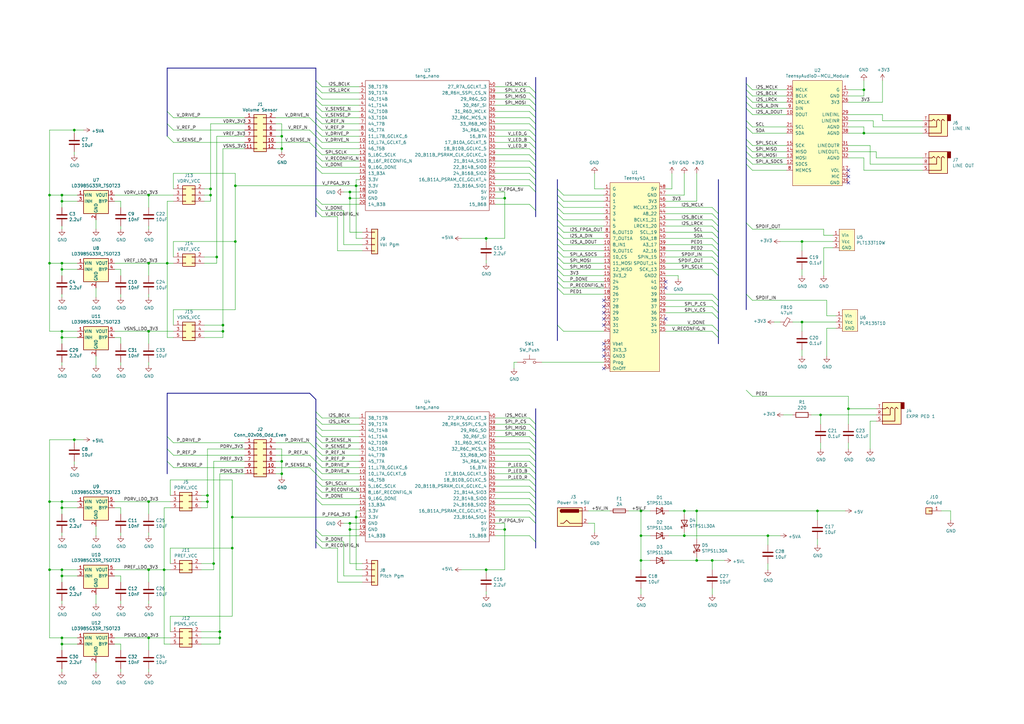
<source format=kicad_sch>
(kicad_sch (version 20211123) (generator eeschema)
  (paper "A3")
  (title_block (title "Teensy4.1 FPGA Theremin") (date "2021-11-29") (rev "rev0.1") (company "Vadim Lopatin"))
  (junction (at 96.52 76.2))
  (junction (at 25.4 261.62))
  (junction (at 143.51 81.28))
  (junction (at 90.17 259.08))
  (junction (at 90.17 261.62))
  (junction (at 347.98 167.64))
  (junction (at 354.33 36.83))
  (junction (at 25.4 80.01))
  (junction (at 115.57 194.31))
  (junction (at 25.4 82.55))
  (junction (at 60.96 205.74))
  (junction (at 143.51 217.17))
  (junction (at 30.48 53.34))
  (junction (at 314.96 219.71))
  (junction (at 25.4 107.95))
  (junction (at 336.55 170.18))
  (junction (at 207.01 217.17))
  (junction (at 280.67 219.71))
  (junction (at 25.4 208.28))
  (junction (at 85.09 203.2))
  (junction (at 328.93 132.08))
  (junction (at 60.96 107.95))
  (junction (at 20.32 107.95))
  (junction (at 115.57 189.23))
  (junction (at 292.1 229.87))
  (junction (at 95.25 224.79))
  (junction (at 199.39 97.79))
  (junction (at 25.4 233.68))
  (junction (at 146.05 212.09))
  (junction (at 25.4 264.16))
  (junction (at 86.36 77.47))
  (junction (at 262.89 209.55))
  (junction (at 20.32 233.68))
  (junction (at 67.31 233.68))
  (junction (at 354.33 54.61))
  (junction (at 207.01 81.28))
  (junction (at 25.4 138.43))
  (junction (at 60.96 261.62))
  (junction (at 25.4 110.49))
  (junction (at 285.75 229.87))
  (junction (at 25.4 135.89))
  (junction (at 30.48 180.34))
  (junction (at 285.75 209.55))
  (junction (at 60.96 80.01))
  (junction (at 262.89 229.87))
  (junction (at 335.28 209.55))
  (junction (at 143.51 78.74))
  (junction (at 85.09 205.74))
  (junction (at 60.96 135.89))
  (junction (at 115.57 60.96))
  (junction (at 91.44 135.89))
  (junction (at 199.39 233.68))
  (junction (at 96.52 99.06))
  (junction (at 25.4 205.74))
  (junction (at 87.63 231.14))
  (junction (at 68.58 107.95))
  (junction (at 20.32 80.01))
  (junction (at 262.89 219.71))
  (junction (at 143.51 214.63))
  (junction (at 86.36 80.01))
  (junction (at 60.96 233.68))
  (junction (at 146.05 76.2))
  (junction (at 280.67 209.55))
  (junction (at 91.44 133.35))
  (junction (at 328.93 99.06))
  (junction (at 88.9 105.41))
  (junction (at 115.57 55.88))
  (junction (at 20.32 205.74))
  (junction (at 25.4 236.22))
  (junction (at 95.25 212.09))
  (no_connect (at 247.65 128.27))
  (no_connect (at 247.65 125.73))
  (no_connect (at 247.65 151.13))
  (no_connect (at 247.65 123.19))
  (no_connect (at 273.05 118.11))
  (no_connect (at 247.65 146.05))
  (no_connect (at 247.65 130.81))
  (no_connect (at 273.05 115.57))
  (no_connect (at 347.98 74.93))
  (no_connect (at 347.98 72.39))
  (no_connect (at 273.05 130.81))
  (no_connect (at 247.65 140.97))
  (no_connect (at 247.65 133.35))
  (no_connect (at 247.65 143.51))
  (no_connect (at 347.98 69.85))
  (bus_entry (at 127 186.69) (size 2.54 2.54))
  (bus_entry (at 292.1 125.73) (size 2.54 2.54))
  (bus_entry (at 292.1 128.27) (size 2.54 2.54))
  (bus_entry (at 217.17 58.42) (size 2.54 2.54))
  (bus_entry (at 217.17 71.12) (size 2.54 2.54))
  (bus_entry (at 129.54 68.58) (size 2.54 2.54))
  (bus_entry (at 68.58 189.23) (size 2.54 2.54))
  (bus_entry (at 129.54 199.39) (size 2.54 2.54))
  (bus_entry (at 217.17 68.58) (size 2.54 2.54))
  (bus_entry (at 127 191.77) (size 2.54 2.54))
  (bus_entry (at 129.54 66.04) (size 2.54 2.54))
  (bus_entry (at 292.1 135.89) (size 2.54 2.54))
  (bus_entry (at 292.1 133.35) (size 2.54 2.54))
  (bus_entry (at 217.17 40.64) (size 2.54 2.54))
  (bus_entry (at 306.07 49.53) (size 2.54 2.54))
  (bus_entry (at 292.1 97.79) (size 2.54 2.54))
  (bus_entry (at 129.54 50.8) (size 2.54 2.54))
  (bus_entry (at 228.6 97.79) (size 2.54 2.54))
  (bus_entry (at 292.1 123.19) (size 2.54 2.54))
  (bus_entry (at 292.1 120.65) (size 2.54 2.54))
  (bus_entry (at 292.1 87.63) (size 2.54 2.54))
  (bus_entry (at 228.6 80.01) (size 2.54 2.54))
  (bus_entry (at 306.07 62.23) (size 2.54 2.54))
  (bus_entry (at 217.17 171.45) (size 2.54 2.54))
  (bus_entry (at 292.1 85.09) (size 2.54 2.54))
  (bus_entry (at 127 58.42) (size 2.54 2.54))
  (bus_entry (at 129.54 181.61) (size 2.54 2.54))
  (bus_entry (at 217.17 196.85) (size 2.54 2.54))
  (bus_entry (at 228.6 110.49) (size 2.54 2.54))
  (bus_entry (at 217.17 179.07) (size 2.54 2.54))
  (bus_entry (at 306.07 160.02) (size 2.54 2.54))
  (bus_entry (at 306.07 91.44) (size 2.54 2.54))
  (bus_entry (at 129.54 184.15) (size 2.54 2.54))
  (bus_entry (at 306.07 44.45) (size 2.54 2.54))
  (bus_entry (at 228.6 115.57) (size 2.54 2.54))
  (bus_entry (at 228.6 113.03) (size 2.54 2.54))
  (bus_entry (at 228.6 105.41) (size 2.54 2.54))
  (bus_entry (at 217.17 66.04) (size 2.54 2.54))
  (bus_entry (at 129.54 204.47) (size 2.54 2.54))
  (bus_entry (at 129.54 219.71) (size 2.54 2.54))
  (bus_entry (at 217.17 35.56) (size 2.54 2.54))
  (bus_entry (at 129.54 63.5) (size 2.54 2.54))
  (bus_entry (at 129.54 222.25) (size 2.54 2.54))
  (bus_entry (at 217.17 199.39) (size 2.54 2.54))
  (bus_entry (at 217.17 194.31) (size 2.54 2.54))
  (bus_entry (at 292.1 90.17) (size 2.54 2.54))
  (bus_entry (at 292.1 100.33) (size 2.54 2.54))
  (bus_entry (at 292.1 92.71) (size 2.54 2.54))
  (bus_entry (at 292.1 107.95) (size 2.54 2.54))
  (bus_entry (at 217.17 186.69) (size 2.54 2.54))
  (bus_entry (at 228.6 87.63) (size 2.54 2.54))
  (bus_entry (at 68.58 184.15) (size 2.54 2.54))
  (bus_entry (at 228.6 102.87) (size 2.54 2.54))
  (bus_entry (at 68.58 45.72) (size 2.54 2.54))
  (bus_entry (at 228.6 100.33) (size 2.54 2.54))
  (bus_entry (at 306.07 67.31) (size 2.54 2.54))
  (bus_entry (at 217.17 43.18) (size 2.54 2.54))
  (bus_entry (at 217.17 212.09) (size 2.54 2.54))
  (bus_entry (at 228.6 85.09) (size 2.54 2.54))
  (bus_entry (at 129.54 55.88) (size 2.54 2.54))
  (bus_entry (at 217.17 48.26) (size 2.54 2.54))
  (bus_entry (at 306.07 41.91) (size 2.54 2.54))
  (bus_entry (at 306.07 52.07) (size 2.54 2.54))
  (bus_entry (at 68.58 50.8) (size 2.54 2.54))
  (bus_entry (at 217.17 76.2) (size 2.54 2.54))
  (bus_entry (at 228.6 92.71) (size 2.54 2.54))
  (bus_entry (at 217.17 201.93) (size 2.54 2.54))
  (bus_entry (at 127 48.26) (size 2.54 2.54))
  (bus_entry (at 217.17 173.99) (size 2.54 2.54))
  (bus_entry (at 129.54 168.91) (size 2.54 2.54))
  (bus_entry (at 129.54 38.1) (size 2.54 2.54))
  (bus_entry (at 129.54 43.18) (size 2.54 2.54))
  (bus_entry (at 129.54 83.82) (size 2.54 2.54))
  (bus_entry (at 306.07 64.77) (size 2.54 2.54))
  (bus_entry (at 217.17 204.47) (size 2.54 2.54))
  (bus_entry (at 306.07 59.69) (size 2.54 2.54))
  (bus_entry (at 217.17 191.77) (size 2.54 2.54))
  (bus_entry (at 292.1 110.49) (size 2.54 2.54))
  (bus_entry (at 217.17 207.01) (size 2.54 2.54))
  (bus_entry (at 217.17 176.53) (size 2.54 2.54))
  (bus_entry (at 68.58 179.07) (size 2.54 2.54))
  (bus_entry (at 217.17 181.61) (size 2.54 2.54))
  (bus_entry (at 129.54 53.34) (size 2.54 2.54))
  (bus_entry (at 292.1 102.87) (size 2.54 2.54))
  (bus_entry (at 228.6 95.25) (size 2.54 2.54))
  (bus_entry (at 228.6 77.47) (size 2.54 2.54))
  (bus_entry (at 306.07 36.83) (size 2.54 2.54))
  (bus_entry (at 129.54 35.56) (size 2.54 2.54))
  (bus_entry (at 68.58 55.88) (size 2.54 2.54))
  (bus_entry (at 129.54 201.93) (size 2.54 2.54))
  (bus_entry (at 306.07 39.37) (size 2.54 2.54))
  (bus_entry (at 129.54 86.36) (size 2.54 2.54))
  (bus_entry (at 217.17 45.72) (size 2.54 2.54))
  (bus_entry (at 217.17 219.71) (size 2.54 2.54))
  (bus_entry (at 129.54 60.96) (size 2.54 2.54))
  (bus_entry (at 217.17 55.88) (size 2.54 2.54))
  (bus_entry (at 217.17 63.5) (size 2.54 2.54))
  (bus_entry (at 306.07 120.65) (size 2.54 2.54))
  (bus_entry (at 217.17 60.96) (size 2.54 2.54))
  (bus_entry (at 129.54 196.85) (size 2.54 2.54))
  (bus_entry (at 228.6 107.95) (size 2.54 2.54))
  (bus_entry (at 228.6 82.55) (size 2.54 2.54))
  (bus_entry (at 217.17 50.8) (size 2.54 2.54))
  (bus_entry (at 217.17 189.23) (size 2.54 2.54))
  (bus_entry (at 129.54 58.42) (size 2.54 2.54))
  (bus_entry (at 292.1 95.25) (size 2.54 2.54))
  (bus_entry (at 129.54 176.53) (size 2.54 2.54))
  (bus_entry (at 129.54 217.17) (size 2.54 2.54))
  (bus_entry (at 129.54 45.72) (size 2.54 2.54))
  (bus_entry (at 129.54 81.28) (size 2.54 2.54))
  (bus_entry (at 129.54 189.23) (size 2.54 2.54))
  (bus_entry (at 129.54 173.99) (size 2.54 2.54))
  (bus_entry (at 306.07 57.15) (size 2.54 2.54))
  (bus_entry (at 306.07 34.29) (size 2.54 2.54))
  (bus_entry (at 217.17 184.15) (size 2.54 2.54))
  (bus_entry (at 228.6 118.11) (size 2.54 2.54))
  (bus_entry (at 127 181.61) (size 2.54 2.54))
  (bus_entry (at 217.17 209.55) (size 2.54 2.54))
  (bus_entry (at 217.17 73.66) (size 2.54 2.54))
  (bus_entry (at 129.54 40.64) (size 2.54 2.54))
  (bus_entry (at 292.1 105.41) (size 2.54 2.54))
  (bus_entry (at 217.17 38.1) (size 2.54 2.54))
  (bus_entry (at 217.17 83.82) (size 2.54 2.54))
  (bus_entry (at 127 53.34) (size 2.54 2.54))
  (bus_entry (at 129.54 194.31) (size 2.54 2.54))
  (bus_entry (at 129.54 186.69) (size 2.54 2.54))
  (bus_entry (at 228.6 90.17) (size 2.54 2.54))
  (bus_entry (at 228.6 133.35) (size 2.54 2.54))
  (bus_entry (at 129.54 191.77) (size 2.54 2.54))
  (bus_entry (at 217.17 53.34) (size 2.54 2.54))
  (bus_entry (at 129.54 33.02) (size 2.54 2.54))
  (bus_entry (at 129.54 179.07) (size 2.54 2.54))
  (bus_entry (at 129.54 171.45) (size 2.54 2.54))
  (bus_entry (at 129.54 48.26) (size 2.54 2.54))
  (wire (pts (xy 146.05 76.2) (xy 147.32 76.2)))
  (wire (pts (xy 31.75 138.43) (xy 25.4 138.43)))
  (wire (pts (xy 231.14 92.71) (xy 247.65 92.71)))
  (wire (pts (xy 132.08 68.58) (xy 147.32 68.58)))
  (bus (pts (xy 129.54 194.31) (xy 129.54 196.85)))
  (wire (pts (xy 115.57 60.96) (xy 115.57 62.23)))
  (wire (pts (xy 132.08 207.01) (xy 147.32 207.01)))
  (bus (pts (xy 129.54 163.83) (xy 129.54 168.91)))
  (wire (pts (xy 203.2 50.8) (xy 217.17 50.8)))
  (wire (pts (xy 361.95 49.53) (xy 361.95 46.99)))
  (wire (pts (xy 266.7 209.55) (xy 262.89 209.55)))
  (wire (pts (xy 71.12 80.01) (xy 60.96 80.01)))
  (wire (pts (xy 207.01 217.17) (xy 207.01 214.63)))
  (wire (pts (xy 138.43 88.9) (xy 132.08 88.9)))
  (wire (pts (xy 60.96 120.65) (xy 60.96 121.92)))
  (wire (pts (xy 273.05 92.71) (xy 292.1 92.71)))
  (wire (pts (xy 354.33 33.02) (xy 354.33 36.83)))
  (bus (pts (xy 129.54 83.82) (xy 129.54 86.36)))
  (wire (pts (xy 359.41 62.23) (xy 347.98 62.23)))
  (wire (pts (xy 199.39 97.79) (xy 207.01 97.79)))
  (wire (pts (xy 203.2 76.2) (xy 217.17 76.2)))
  (wire (pts (xy 39.37 146.05) (xy 39.37 149.86)))
  (bus (pts (xy 228.6 110.49) (xy 228.6 113.03)))
  (bus (pts (xy 306.07 64.77) (xy 306.07 67.31)))
  (wire (pts (xy 203.2 201.93) (xy 217.17 201.93)))
  (wire (pts (xy 20.32 233.68) (xy 25.4 233.68)))
  (bus (pts (xy 294.64 102.87) (xy 294.64 105.41)))
  (bus (pts (xy 228.6 95.25) (xy 228.6 97.79)))
  (wire (pts (xy 231.14 113.03) (xy 247.65 113.03)))
  (wire (pts (xy 203.2 48.26) (xy 217.17 48.26)))
  (bus (pts (xy 228.6 105.41) (xy 228.6 107.95)))
  (wire (pts (xy 83.82 138.43) (xy 91.44 138.43)))
  (wire (pts (xy 308.61 54.61) (xy 322.58 54.61)))
  (wire (pts (xy 113.03 194.31) (xy 115.57 194.31)))
  (wire (pts (xy 31.75 110.49) (xy 25.4 110.49)))
  (wire (pts (xy 308.61 46.99) (xy 322.58 46.99)))
  (wire (pts (xy 88.9 105.41) (xy 88.9 55.88)))
  (wire (pts (xy 82.55 203.2) (xy 85.09 203.2)))
  (wire (pts (xy 199.39 107.95) (xy 199.39 106.68)))
  (wire (pts (xy 359.41 167.64) (xy 347.98 167.64)))
  (wire (pts (xy 69.85 208.28) (xy 67.31 208.28)))
  (wire (pts (xy 39.37 215.9) (xy 39.37 219.71)))
  (wire (pts (xy 347.98 41.91) (xy 361.95 41.91)))
  (wire (pts (xy 31.75 135.89) (xy 25.4 135.89)))
  (bus (pts (xy 219.71 40.64) (xy 219.71 43.18)))
  (wire (pts (xy 339.09 134.62) (xy 339.09 146.05)))
  (wire (pts (xy 49.53 110.49) (xy 49.53 113.03)))
  (wire (pts (xy 25.4 110.49) (xy 25.4 113.03)))
  (wire (pts (xy 82.55 208.28) (xy 85.09 208.28)))
  (wire (pts (xy 132.08 60.96) (xy 147.32 60.96)))
  (wire (pts (xy 347.98 167.64) (xy 347.98 173.99)))
  (wire (pts (xy 262.89 229.87) (xy 266.7 229.87)))
  (wire (pts (xy 83.82 133.35) (xy 91.44 133.35)))
  (wire (pts (xy 138.43 102.87) (xy 138.43 88.9)))
  (wire (pts (xy 90.17 259.08) (xy 90.17 194.31)))
  (wire (pts (xy 358.14 49.53) (xy 358.14 52.07)))
  (wire (pts (xy 335.28 220.98) (xy 335.28 223.52)))
  (wire (pts (xy 274.32 229.87) (xy 285.75 229.87)))
  (wire (pts (xy 85.09 203.2) (xy 85.09 205.74)))
  (wire (pts (xy 69.85 224.79) (xy 95.25 224.79)))
  (bus (pts (xy 129.54 176.53) (xy 129.54 179.07)))
  (bus (pts (xy 129.54 66.04) (xy 129.54 68.58)))
  (wire (pts (xy 115.57 60.96) (xy 113.03 60.96)))
  (bus (pts (xy 228.6 87.63) (xy 228.6 90.17)))
  (bus (pts (xy 219.71 181.61) (xy 219.71 184.15)))
  (bus (pts (xy 294.64 123.19) (xy 294.64 125.73)))
  (bus (pts (xy 219.71 191.77) (xy 219.71 194.31)))
  (wire (pts (xy 359.41 64.77) (xy 359.41 62.23)))
  (wire (pts (xy 203.2 173.99) (xy 217.17 173.99)))
  (wire (pts (xy 132.08 58.42) (xy 147.32 58.42)))
  (bus (pts (xy 129.54 181.61) (xy 129.54 184.15)))
  (wire (pts (xy 278.13 113.03) (xy 278.13 114.3)))
  (wire (pts (xy 273.05 120.65) (xy 292.1 120.65)))
  (wire (pts (xy 49.53 264.16) (xy 49.53 266.7)))
  (bus (pts (xy 129.54 45.72) (xy 129.54 48.26)))
  (bus (pts (xy 306.07 67.31) (xy 306.07 91.44)))
  (bus (pts (xy 306.07 62.23) (xy 306.07 64.77)))
  (wire (pts (xy 82.55 231.14) (xy 87.63 231.14)))
  (wire (pts (xy 140.97 86.36) (xy 132.08 86.36)))
  (wire (pts (xy 132.08 194.31) (xy 147.32 194.31)))
  (bus (pts (xy 228.6 107.95) (xy 228.6 110.49)))
  (wire (pts (xy 231.14 118.11) (xy 247.65 118.11)))
  (wire (pts (xy 60.96 246.38) (xy 60.96 247.65)))
  (wire (pts (xy 82.55 264.16) (xy 90.17 264.16)))
  (wire (pts (xy 31.75 236.22) (xy 25.4 236.22)))
  (wire (pts (xy 320.04 99.06) (xy 328.93 99.06)))
  (wire (pts (xy 71.12 48.26) (xy 100.33 48.26)))
  (wire (pts (xy 60.96 80.01) (xy 60.96 85.09)))
  (wire (pts (xy 356.87 59.69) (xy 356.87 67.31)))
  (wire (pts (xy 46.99 138.43) (xy 49.53 138.43)))
  (wire (pts (xy 146.05 209.55) (xy 147.32 209.55)))
  (wire (pts (xy 203.2 66.04) (xy 217.17 66.04)))
  (bus (pts (xy 294.64 138.43) (xy 294.64 140.97)))
  (wire (pts (xy 336.55 170.18) (xy 359.41 170.18)))
  (wire (pts (xy 148.59 231.14) (xy 143.51 231.14)))
  (wire (pts (xy 273.05 95.25) (xy 292.1 95.25)))
  (wire (pts (xy 203.2 214.63) (xy 207.01 214.63)))
  (wire (pts (xy 308.61 59.69) (xy 322.58 59.69)))
  (wire (pts (xy 68.58 138.43) (xy 71.12 138.43)))
  (wire (pts (xy 87.63 231.14) (xy 87.63 233.68)))
  (wire (pts (xy 203.2 194.31) (xy 217.17 194.31)))
  (wire (pts (xy 67.31 264.16) (xy 69.85 264.16)))
  (bus (pts (xy 129.54 86.36) (xy 129.54 88.9)))
  (wire (pts (xy 308.61 36.83) (xy 322.58 36.83)))
  (bus (pts (xy 219.71 186.69) (xy 219.71 189.23)))
  (wire (pts (xy 60.96 107.95) (xy 60.96 113.03)))
  (wire (pts (xy 113.03 186.69) (xy 127 186.69)))
  (wire (pts (xy 88.9 105.41) (xy 88.9 107.95)))
  (bus (pts (xy 219.71 209.55) (xy 219.71 212.09)))
  (bus (pts (xy 294.64 128.27) (xy 294.64 130.81)))
  (bus (pts (xy 228.6 77.47) (xy 228.6 80.01)))
  (wire (pts (xy 199.39 99.06) (xy 199.39 97.79)))
  (bus (pts (xy 219.71 196.85) (xy 219.71 199.39)))
  (wire (pts (xy 132.08 189.23) (xy 147.32 189.23)))
  (wire (pts (xy 231.14 97.79) (xy 247.65 97.79)))
  (wire (pts (xy 96.52 76.2) (xy 96.52 71.12)))
  (bus (pts (xy 294.64 130.81) (xy 294.64 135.89)))
  (wire (pts (xy 71.12 127) (xy 96.52 127)))
  (wire (pts (xy 25.4 107.95) (xy 25.4 110.49)))
  (wire (pts (xy 85.09 203.2) (xy 85.09 184.15)))
  (wire (pts (xy 199.39 243.84) (xy 199.39 242.57)))
  (wire (pts (xy 85.09 184.15) (xy 100.33 184.15)))
  (wire (pts (xy 132.08 173.99) (xy 147.32 173.99)))
  (wire (pts (xy 46.99 205.74) (xy 60.96 205.74)))
  (bus (pts (xy 129.54 179.07) (xy 129.54 181.61)))
  (wire (pts (xy 60.96 205.74) (xy 60.96 210.82)))
  (wire (pts (xy 341.63 96.52) (xy 337.82 96.52)))
  (bus (pts (xy 68.58 189.23) (xy 68.58 194.31)))
  (wire (pts (xy 49.53 236.22) (xy 49.53 238.76)))
  (bus (pts (xy 129.54 186.69) (xy 129.54 189.23)))
  (bus (pts (xy 294.64 90.17) (xy 294.64 92.71)))
  (bus (pts (xy 129.54 43.18) (xy 129.54 45.72)))
  (wire (pts (xy 91.44 135.89) (xy 91.44 133.35)))
  (wire (pts (xy 30.48 63.5) (xy 30.48 62.23)))
  (wire (pts (xy 113.03 53.34) (xy 127 53.34)))
  (wire (pts (xy 203.2 55.88) (xy 217.17 55.88)))
  (wire (pts (xy 203.2 35.56) (xy 217.17 35.56)))
  (wire (pts (xy 96.52 127) (xy 96.52 99.06)))
  (bus (pts (xy 306.07 59.69) (xy 306.07 62.23)))
  (wire (pts (xy 314.96 219.71) (xy 314.96 223.52)))
  (wire (pts (xy 25.4 218.44) (xy 25.4 219.71)))
  (wire (pts (xy 71.12 107.95) (xy 68.58 107.95)))
  (wire (pts (xy 203.2 199.39) (xy 217.17 199.39)))
  (wire (pts (xy 49.53 208.28) (xy 49.53 210.82)))
  (wire (pts (xy 20.32 180.34) (xy 20.32 205.74)))
  (wire (pts (xy 203.2 40.64) (xy 217.17 40.64)))
  (wire (pts (xy 231.14 87.63) (xy 247.65 87.63)))
  (wire (pts (xy 308.61 44.45) (xy 322.58 44.45)))
  (wire (pts (xy 71.12 53.34) (xy 100.33 53.34)))
  (wire (pts (xy 60.96 218.44) (xy 60.96 219.71)))
  (wire (pts (xy 132.08 83.82) (xy 147.32 83.82)))
  (wire (pts (xy 132.08 63.5) (xy 147.32 63.5)))
  (wire (pts (xy 39.37 90.17) (xy 39.37 93.98)))
  (wire (pts (xy 60.96 135.89) (xy 60.96 140.97)))
  (bus (pts (xy 129.54 68.58) (xy 129.54 81.28)))
  (bus (pts (xy 219.71 60.96) (xy 219.71 63.5)))
  (bus (pts (xy 219.71 199.39) (xy 219.71 201.93)))
  (wire (pts (xy 189.23 233.68) (xy 199.39 233.68)))
  (wire (pts (xy 143.51 231.14) (xy 143.51 217.17)))
  (wire (pts (xy 86.36 77.47) (xy 86.36 50.8)))
  (wire (pts (xy 339.09 123.19) (xy 339.09 129.54)))
  (bus (pts (xy 219.71 176.53) (xy 219.71 179.07)))
  (wire (pts (xy 146.05 212.09) (xy 147.32 212.09)))
  (bus (pts (xy 219.71 207.01) (xy 219.71 209.55)))
  (bus (pts (xy 219.71 31.75) (xy 219.71 38.1)))
  (wire (pts (xy 132.08 184.15) (xy 147.32 184.15)))
  (wire (pts (xy 262.89 209.55) (xy 257.81 209.55)))
  (wire (pts (xy 199.39 234.95) (xy 199.39 233.68)))
  (wire (pts (xy 115.57 189.23) (xy 115.57 194.31)))
  (bus (pts (xy 129.54 53.34) (xy 129.54 55.88)))
  (wire (pts (xy 262.89 209.55) (xy 262.89 219.71)))
  (wire (pts (xy 320.04 219.71) (xy 314.96 219.71)))
  (bus (pts (xy 129.54 219.71) (xy 129.54 222.25)))
  (wire (pts (xy 132.08 181.61) (xy 147.32 181.61)))
  (wire (pts (xy 354.33 36.83) (xy 354.33 39.37)))
  (wire (pts (xy 69.85 224.79) (xy 69.85 231.14)))
  (bus (pts (xy 294.64 95.25) (xy 294.64 97.79)))
  (wire (pts (xy 347.98 59.69) (xy 356.87 59.69)))
  (wire (pts (xy 20.32 107.95) (xy 20.32 135.89)))
  (wire (pts (xy 143.51 214.63) (xy 147.32 214.63)))
  (bus (pts (xy 129.54 173.99) (xy 129.54 176.53)))
  (wire (pts (xy 273.05 128.27) (xy 292.1 128.27)))
  (wire (pts (xy 71.12 186.69) (xy 100.33 186.69)))
  (wire (pts (xy 203.2 81.28) (xy 207.01 81.28)))
  (wire (pts (xy 356.87 184.15) (xy 356.87 172.72)))
  (wire (pts (xy 146.05 76.2) (xy 146.05 97.79)))
  (wire (pts (xy 96.52 71.12) (xy 71.12 71.12)))
  (wire (pts (xy 140.97 78.74) (xy 143.51 78.74)))
  (wire (pts (xy 148.59 97.79) (xy 146.05 97.79)))
  (wire (pts (xy 203.2 186.69) (xy 217.17 186.69)))
  (wire (pts (xy 49.53 274.32) (xy 49.53 275.59)))
  (wire (pts (xy 356.87 172.72) (xy 359.41 172.72)))
  (wire (pts (xy 273.05 125.73) (xy 292.1 125.73)))
  (wire (pts (xy 49.53 246.38) (xy 49.53 247.65)))
  (wire (pts (xy 203.2 78.74) (xy 207.01 78.74)))
  (wire (pts (xy 273.05 90.17) (xy 292.1 90.17)))
  (bus (pts (xy 129.54 33.02) (xy 129.54 35.56)))
  (wire (pts (xy 132.08 55.88) (xy 147.32 55.88)))
  (wire (pts (xy 273.05 97.79) (xy 292.1 97.79)))
  (wire (pts (xy 347.98 52.07) (xy 354.33 52.07)))
  (wire (pts (xy 95.25 252.73) (xy 95.25 224.79)))
  (wire (pts (xy 60.96 92.71) (xy 60.96 93.98)))
  (wire (pts (xy 71.12 181.61) (xy 100.33 181.61)))
  (bus (pts (xy 68.58 161.29) (xy 68.58 179.07)))
  (wire (pts (xy 354.33 54.61) (xy 347.98 54.61)))
  (wire (pts (xy 328.93 99.06) (xy 341.63 99.06)))
  (bus (pts (xy 219.71 184.15) (xy 219.71 186.69)))
  (wire (pts (xy 241.3 214.63) (xy 243.84 214.63)))
  (bus (pts (xy 219.71 222.25) (xy 219.71 224.79)))
  (bus (pts (xy 294.64 100.33) (xy 294.64 102.87)))
  (wire (pts (xy 88.9 107.95) (xy 83.82 107.95)))
  (wire (pts (xy 46.99 107.95) (xy 60.96 107.95)))
  (bus (pts (xy 219.71 45.72) (xy 219.71 48.26)))
  (wire (pts (xy 140.97 214.63) (xy 143.51 214.63)))
  (wire (pts (xy 203.2 209.55) (xy 217.17 209.55)))
  (wire (pts (xy 25.4 80.01) (xy 25.4 82.55)))
  (wire (pts (xy 336.55 170.18) (xy 336.55 173.99)))
  (bus (pts (xy 306.07 49.53) (xy 306.07 52.07)))
  (wire (pts (xy 337.82 101.6) (xy 337.82 113.03)))
  (wire (pts (xy 337.82 101.6) (xy 341.63 101.6)))
  (wire (pts (xy 292.1 241.3) (xy 292.1 243.84)))
  (wire (pts (xy 273.05 82.55) (xy 285.75 82.55)))
  (wire (pts (xy 285.75 71.12) (xy 285.75 82.55)))
  (wire (pts (xy 46.99 261.62) (xy 60.96 261.62)))
  (wire (pts (xy 113.03 184.15) (xy 115.57 184.15)))
  (bus (pts (xy 68.58 184.15) (xy 68.58 189.23)))
  (wire (pts (xy 132.08 171.45) (xy 147.32 171.45)))
  (wire (pts (xy 203.2 176.53) (xy 217.17 176.53)))
  (wire (pts (xy 308.61 39.37) (xy 322.58 39.37)))
  (wire (pts (xy 146.05 76.2) (xy 96.52 76.2)))
  (wire (pts (xy 31.75 80.01) (xy 25.4 80.01)))
  (wire (pts (xy 342.9 129.54) (xy 339.09 129.54)))
  (wire (pts (xy 339.09 123.19) (xy 308.61 123.19)))
  (wire (pts (xy 231.14 107.95) (xy 247.65 107.95)))
  (wire (pts (xy 143.51 78.74) (xy 143.51 81.28)))
  (bus (pts (xy 129.54 50.8) (xy 129.54 53.34)))
  (wire (pts (xy 115.57 55.88) (xy 113.03 55.88)))
  (bus (pts (xy 219.71 66.04) (xy 219.71 68.58)))
  (wire (pts (xy 335.28 209.55) (xy 335.28 213.36)))
  (bus (pts (xy 294.64 110.49) (xy 294.64 113.03)))
  (wire (pts (xy 143.51 214.63) (xy 143.51 217.17)))
  (wire (pts (xy 95.25 196.85) (xy 69.85 196.85)))
  (wire (pts (xy 280.67 210.82) (xy 280.67 209.55)))
  (wire (pts (xy 285.75 229.87) (xy 285.75 228.6)))
  (wire (pts (xy 60.96 274.32) (xy 60.96 275.59)))
  (wire (pts (xy 91.44 138.43) (xy 91.44 135.89)))
  (wire (pts (xy 273.05 87.63) (xy 292.1 87.63)))
  (wire (pts (xy 46.99 264.16) (xy 49.53 264.16)))
  (wire (pts (xy 335.28 209.55) (xy 346.71 209.55)))
  (wire (pts (xy 87.63 233.68) (xy 82.55 233.68)))
  (wire (pts (xy 243.84 77.47) (xy 247.65 77.47)))
  (wire (pts (xy 113.03 48.26) (xy 127 48.26)))
  (bus (pts (xy 129.54 191.77) (xy 129.54 194.31)))
  (wire (pts (xy 132.08 43.18) (xy 147.32 43.18)))
  (wire (pts (xy 71.12 99.06) (xy 96.52 99.06)))
  (wire (pts (xy 20.32 261.62) (xy 25.4 261.62)))
  (wire (pts (xy 262.89 241.3) (xy 262.89 243.84)))
  (wire (pts (xy 132.08 45.72) (xy 147.32 45.72)))
  (wire (pts (xy 203.2 71.12) (xy 217.17 71.12)))
  (wire (pts (xy 39.37 118.11) (xy 39.37 121.92)))
  (wire (pts (xy 203.2 184.15) (xy 217.17 184.15)))
  (wire (pts (xy 320.04 132.08) (xy 317.5 132.08)))
  (wire (pts (xy 132.08 71.12) (xy 147.32 71.12)))
  (wire (pts (xy 231.14 102.87) (xy 247.65 102.87)))
  (wire (pts (xy 67.31 233.68) (xy 67.31 264.16)))
  (wire (pts (xy 30.48 53.34) (xy 34.29 53.34)))
  (wire (pts (xy 132.08 35.56) (xy 147.32 35.56)))
  (wire (pts (xy 46.99 233.68) (xy 60.96 233.68)))
  (wire (pts (xy 285.75 209.55) (xy 280.67 209.55)))
  (wire (pts (xy 132.08 204.47) (xy 147.32 204.47)))
  (wire (pts (xy 20.32 135.89) (xy 25.4 135.89)))
  (wire (pts (xy 207.01 97.79) (xy 207.01 81.28)))
  (wire (pts (xy 203.2 189.23) (xy 217.17 189.23)))
  (bus (pts (xy 294.64 135.89) (xy 294.64 138.43)))
  (wire (pts (xy 347.98 167.64) (xy 347.98 162.56)))
  (wire (pts (xy 262.89 219.71) (xy 266.7 219.71)))
  (wire (pts (xy 46.99 208.28) (xy 49.53 208.28)))
  (bus (pts (xy 68.58 179.07) (xy 68.58 184.15)))
  (wire (pts (xy 339.09 134.62) (xy 342.9 134.62)))
  (wire (pts (xy 292.1 229.87) (xy 292.1 233.68)))
  (wire (pts (xy 146.05 73.66) (xy 147.32 73.66)))
  (wire (pts (xy 90.17 261.62) (xy 90.17 259.08)))
  (wire (pts (xy 231.14 105.41) (xy 247.65 105.41)))
  (wire (pts (xy 71.12 133.35) (xy 71.12 127)))
  (wire (pts (xy 207.01 233.68) (xy 207.01 217.17)))
  (bus (pts (xy 219.71 43.18) (xy 219.71 45.72)))
  (wire (pts (xy 262.89 229.87) (xy 262.89 233.68)))
  (wire (pts (xy 132.08 219.71) (xy 147.32 219.71)))
  (wire (pts (xy 60.96 261.62) (xy 60.96 266.7)))
  (wire (pts (xy 31.75 208.28) (xy 25.4 208.28)))
  (wire (pts (xy 210.82 148.59) (xy 210.82 151.13)))
  (wire (pts (xy 132.08 196.85) (xy 147.32 196.85)))
  (bus (pts (xy 219.71 48.26) (xy 219.71 50.8)))
  (wire (pts (xy 69.85 261.62) (xy 60.96 261.62)))
  (bus (pts (xy 129.54 81.28) (xy 129.54 83.82)))
  (wire (pts (xy 328.93 143.51) (xy 328.93 146.05)))
  (wire (pts (xy 49.53 82.55) (xy 49.53 85.09)))
  (bus (pts (xy 129.54 189.23) (xy 129.54 191.77)))
  (wire (pts (xy 60.96 148.59) (xy 60.96 149.86)))
  (wire (pts (xy 31.75 233.68) (xy 25.4 233.68)))
  (wire (pts (xy 354.33 64.77) (xy 354.33 69.85)))
  (wire (pts (xy 20.32 53.34) (xy 20.32 80.01)))
  (wire (pts (xy 113.03 189.23) (xy 115.57 189.23)))
  (bus (pts (xy 129.54 35.56) (xy 129.54 38.1)))
  (wire (pts (xy 203.2 43.18) (xy 217.17 43.18)))
  (wire (pts (xy 68.58 82.55) (xy 68.58 107.95)))
  (wire (pts (xy 115.57 55.88) (xy 115.57 60.96)))
  (wire (pts (xy 138.43 238.76) (xy 138.43 224.79)))
  (wire (pts (xy 231.14 85.09) (xy 247.65 85.09)))
  (bus (pts (xy 129.54 222.25) (xy 129.54 224.79)))
  (bus (pts (xy 306.07 91.44) (xy 306.07 120.65)))
  (wire (pts (xy 273.05 107.95) (xy 292.1 107.95)))
  (wire (pts (xy 68.58 107.95) (xy 68.58 138.43)))
  (wire (pts (xy 91.44 133.35) (xy 91.44 60.96)))
  (wire (pts (xy 280.67 209.55) (xy 274.32 209.55)))
  (wire (pts (xy 68.58 107.95) (xy 60.96 107.95)))
  (wire (pts (xy 273.05 102.87) (xy 292.1 102.87)))
  (wire (pts (xy 71.12 58.42) (xy 100.33 58.42)))
  (bus (pts (xy 228.6 115.57) (xy 228.6 118.11)))
  (wire (pts (xy 146.05 76.2) (xy 146.05 73.66)))
  (bus (pts (xy 129.54 171.45) (xy 129.54 173.99)))
  (wire (pts (xy 140.97 236.22) (xy 140.97 222.25)))
  (bus (pts (xy 219.71 68.58) (xy 219.71 71.12)))
  (wire (pts (xy 328.93 99.06) (xy 328.93 102.87)))
  (wire (pts (xy 113.03 181.61) (xy 127 181.61)))
  (wire (pts (xy 132.08 53.34) (xy 147.32 53.34)))
  (bus (pts (xy 306.07 31.75) (xy 306.07 34.29)))
  (bus (pts (xy 228.6 102.87) (xy 228.6 105.41)))
  (wire (pts (xy 361.95 49.53) (xy 378.46 49.53)))
  (wire (pts (xy 20.32 53.34) (xy 30.48 53.34)))
  (wire (pts (xy 148.59 102.87) (xy 138.43 102.87)))
  (wire (pts (xy 132.08 50.8) (xy 147.32 50.8)))
  (wire (pts (xy 143.51 78.74) (xy 147.32 78.74)))
  (wire (pts (xy 231.14 90.17) (xy 247.65 90.17)))
  (wire (pts (xy 378.46 54.61) (xy 354.33 54.61)))
  (wire (pts (xy 31.75 82.55) (xy 25.4 82.55)))
  (bus (pts (xy 219.71 86.36) (xy 219.71 88.9)))
  (wire (pts (xy 243.84 214.63) (xy 243.84 218.44)))
  (wire (pts (xy 274.32 219.71) (xy 280.67 219.71)))
  (wire (pts (xy 46.99 80.01) (xy 60.96 80.01)))
  (wire (pts (xy 285.75 229.87) (xy 292.1 229.87)))
  (wire (pts (xy 361.95 33.02) (xy 361.95 41.91)))
  (wire (pts (xy 203.2 217.17) (xy 207.01 217.17)))
  (bus (pts (xy 219.71 76.2) (xy 219.71 78.74)))
  (wire (pts (xy 46.99 236.22) (xy 49.53 236.22)))
  (wire (pts (xy 71.12 99.06) (xy 71.12 105.41)))
  (wire (pts (xy 46.99 82.55) (xy 49.53 82.55)))
  (wire (pts (xy 280.67 219.71) (xy 280.67 218.44)))
  (wire (pts (xy 132.08 186.69) (xy 147.32 186.69)))
  (wire (pts (xy 49.53 92.71) (xy 49.53 93.98)))
  (bus (pts (xy 294.64 92.71) (xy 294.64 95.25)))
  (wire (pts (xy 275.59 71.12) (xy 275.59 77.47)))
  (wire (pts (xy 337.82 93.98) (xy 308.61 93.98)))
  (wire (pts (xy 189.23 97.79) (xy 199.39 97.79)))
  (wire (pts (xy 132.08 38.1) (xy 147.32 38.1)))
  (wire (pts (xy 203.2 179.07) (xy 217.17 179.07)))
  (wire (pts (xy 273.05 133.35) (xy 292.1 133.35)))
  (wire (pts (xy 285.75 209.55) (xy 335.28 209.55)))
  (bus (pts (xy 228.6 82.55) (xy 228.6 85.09)))
  (wire (pts (xy 71.12 135.89) (xy 60.96 135.89)))
  (wire (pts (xy 86.36 50.8) (xy 100.33 50.8)))
  (wire (pts (xy 273.05 100.33) (xy 292.1 100.33)))
  (wire (pts (xy 231.14 120.65) (xy 247.65 120.65)))
  (wire (pts (xy 69.85 205.74) (xy 60.96 205.74)))
  (wire (pts (xy 231.14 115.57) (xy 247.65 115.57)))
  (wire (pts (xy 85.09 208.28) (xy 85.09 205.74)))
  (wire (pts (xy 241.3 209.55) (xy 250.19 209.55)))
  (bus (pts (xy 129.54 58.42) (xy 129.54 60.96)))
  (bus (pts (xy 68.58 161.29) (xy 127 161.29)))
  (wire (pts (xy 82.55 259.08) (xy 90.17 259.08)))
  (bus (pts (xy 294.64 97.79) (xy 294.64 100.33)))
  (bus (pts (xy 219.71 55.88) (xy 219.71 58.42)))
  (wire (pts (xy 31.75 261.62) (xy 25.4 261.62)))
  (wire (pts (xy 69.85 252.73) (xy 95.25 252.73)))
  (wire (pts (xy 25.4 120.65) (xy 25.4 121.92)))
  (wire (pts (xy 25.4 205.74) (xy 25.4 208.28)))
  (wire (pts (xy 87.63 189.23) (xy 100.33 189.23)))
  (wire (pts (xy 83.82 77.47) (xy 86.36 77.47)))
  (bus (pts (xy 219.71 78.74) (xy 219.71 86.36)))
  (bus (pts (xy 129.54 27.94) (xy 129.54 33.02)))
  (wire (pts (xy 199.39 233.68) (xy 207.01 233.68)))
  (bus (pts (xy 219.71 212.09) (xy 219.71 214.63)))
  (wire (pts (xy 347.98 64.77) (xy 354.33 64.77)))
  (wire (pts (xy 49.53 138.43) (xy 49.53 140.97)))
  (wire (pts (xy 356.87 67.31) (xy 378.46 67.31)))
  (wire (pts (xy 86.36 82.55) (xy 86.36 80.01)))
  (wire (pts (xy 46.99 110.49) (xy 49.53 110.49)))
  (wire (pts (xy 25.4 274.32) (xy 25.4 275.59)))
  (bus (pts (xy 228.6 85.09) (xy 228.6 87.63)))
  (bus (pts (xy 129.54 48.26) (xy 129.54 50.8)))
  (bus (pts (xy 228.6 118.11) (xy 228.6 133.35)))
  (bus (pts (xy 306.07 34.29) (xy 306.07 36.83)))
  (wire (pts (xy 203.2 63.5) (xy 217.17 63.5)))
  (wire (pts (xy 25.4 233.68) (xy 25.4 236.22)))
  (wire (pts (xy 82.55 261.62) (xy 90.17 261.62)))
  (bus (pts (xy 219.71 179.07) (xy 219.71 181.61)))
  (wire (pts (xy 273.05 135.89) (xy 292.1 135.89)))
  (bus (pts (xy 68.58 27.94) (xy 129.54 27.94)))
  (bus (pts (xy 129.54 60.96) (xy 129.54 63.5)))
  (bus (pts (xy 129.54 196.85) (xy 129.54 199.39)))
  (wire (pts (xy 308.61 52.07) (xy 322.58 52.07)))
  (wire (pts (xy 207.01 81.28) (xy 207.01 78.74)))
  (wire (pts (xy 30.48 190.5) (xy 30.48 189.23)))
  (wire (pts (xy 210.82 148.59) (xy 212.09 148.59)))
  (wire (pts (xy 273.05 105.41) (xy 292.1 105.41)))
  (wire (pts (xy 113.03 50.8) (xy 115.57 50.8)))
  (wire (pts (xy 389.89 209.55) (xy 389.89 213.36)))
  (wire (pts (xy 31.75 264.16) (xy 25.4 264.16)))
  (bus (pts (xy 219.71 201.93) (xy 219.71 204.47)))
  (wire (pts (xy 39.37 271.78) (xy 39.37 275.59)))
  (wire (pts (xy 146.05 212.09) (xy 146.05 233.68)))
  (bus (pts (xy 68.58 27.94) (xy 68.58 45.72)))
  (wire (pts (xy 361.95 46.99) (xy 347.98 46.99)))
  (wire (pts (xy 30.48 181.61) (xy 30.48 180.34)))
  (wire (pts (xy 31.75 205.74) (xy 25.4 205.74)))
  (wire (pts (xy 96.52 99.06) (xy 96.52 76.2)))
  (wire (pts (xy 71.12 82.55) (xy 68.58 82.55)))
  (wire (pts (xy 25.4 208.28) (xy 25.4 210.82)))
  (bus (pts (xy 306.07 41.91) (xy 306.07 44.45)))
  (wire (pts (xy 203.2 38.1) (xy 217.17 38.1)))
  (wire (pts (xy 39.37 243.84) (xy 39.37 247.65)))
  (wire (pts (xy 146.05 212.09) (xy 95.25 212.09)))
  (wire (pts (xy 86.36 80.01) (xy 83.82 80.01)))
  (bus (pts (xy 129.54 201.93) (xy 129.54 204.47)))
  (wire (pts (xy 87.63 231.14) (xy 87.63 189.23)))
  (wire (pts (xy 148.59 233.68) (xy 146.05 233.68)))
  (wire (pts (xy 347.98 181.61) (xy 347.98 184.15)))
  (wire (pts (xy 203.2 207.01) (xy 217.17 207.01)))
  (bus (pts (xy 228.6 113.03) (xy 228.6 115.57)))
  (wire (pts (xy 337.82 96.52) (xy 337.82 93.98)))
  (wire (pts (xy 332.74 170.18) (xy 336.55 170.18)))
  (bus (pts (xy 294.64 113.03) (xy 294.64 123.19)))
  (bus (pts (xy 219.71 38.1) (xy 219.71 40.64)))
  (bus (pts (xy 228.6 80.01) (xy 228.6 82.55)))
  (wire (pts (xy 146.05 209.55) (xy 146.05 212.09)))
  (wire (pts (xy 203.2 83.82) (xy 217.17 83.82)))
  (wire (pts (xy 231.14 80.01) (xy 247.65 80.01)))
  (wire (pts (xy 386.08 209.55) (xy 389.89 209.55)))
  (wire (pts (xy 90.17 264.16) (xy 90.17 261.62)))
  (wire (pts (xy 231.14 82.55) (xy 247.65 82.55)))
  (wire (pts (xy 143.51 217.17) (xy 147.32 217.17)))
  (bus (pts (xy 219.71 50.8) (xy 219.71 53.34)))
  (wire (pts (xy 132.08 176.53) (xy 147.32 176.53)))
  (wire (pts (xy 280.67 80.01) (xy 280.67 71.12)))
  (wire (pts (xy 140.97 100.33) (xy 140.97 86.36)))
  (bus (pts (xy 306.07 57.15) (xy 306.07 59.69)))
  (wire (pts (xy 354.33 52.07) (xy 354.33 54.61)))
  (wire (pts (xy 86.36 77.47) (xy 86.36 80.01)))
  (bus (pts (xy 127 161.29) (xy 129.54 163.83)))
  (wire (pts (xy 203.2 58.42) (xy 217.17 58.42)))
  (wire (pts (xy 203.2 181.61) (xy 217.17 181.61)))
  (wire (pts (xy 262.89 219.71) (xy 262.89 229.87)))
  (wire (pts (xy 148.59 236.22) (xy 140.97 236.22)))
  (wire (pts (xy 113.03 191.77) (xy 127 191.77)))
  (wire (pts (xy 203.2 60.96) (xy 217.17 60.96)))
  (wire (pts (xy 280.67 219.71) (xy 314.96 219.71)))
  (bus (pts (xy 129.54 204.47) (xy 129.54 217.17)))
  (wire (pts (xy 46.99 135.89) (xy 60.96 135.89)))
  (wire (pts (xy 273.05 123.19) (xy 292.1 123.19)))
  (bus (pts (xy 228.6 100.33) (xy 228.6 102.87)))
  (wire (pts (xy 308.61 69.85) (xy 322.58 69.85)))
  (wire (pts (xy 203.2 204.47) (xy 217.17 204.47)))
  (bus (pts (xy 294.64 107.95) (xy 294.64 110.49)))
  (wire (pts (xy 222.25 148.59) (xy 247.65 148.59)))
  (wire (pts (xy 203.2 196.85) (xy 217.17 196.85)))
  (wire (pts (xy 347.98 39.37) (xy 354.33 39.37)))
  (wire (pts (xy 328.93 132.08) (xy 342.9 132.08)))
  (wire (pts (xy 148.59 238.76) (xy 138.43 238.76)))
  (wire (pts (xy 95.25 196.85) (xy 95.25 212.09)))
  (wire (pts (xy 69.85 233.68) (xy 67.31 233.68)))
  (wire (pts (xy 275.59 77.47) (xy 273.05 77.47)))
  (bus (pts (xy 68.58 45.72) (xy 68.58 50.8)))
  (wire (pts (xy 231.14 95.25) (xy 247.65 95.25)))
  (wire (pts (xy 308.61 64.77) (xy 322.58 64.77)))
  (wire (pts (xy 243.84 71.12) (xy 243.84 77.47)))
  (bus (pts (xy 68.58 50.8) (xy 68.58 55.88)))
  (wire (pts (xy 308.61 62.23) (xy 322.58 62.23)))
  (wire (pts (xy 285.75 220.98) (xy 285.75 209.55)))
  (wire (pts (xy 25.4 138.43) (xy 25.4 140.97)))
  (wire (pts (xy 49.53 120.65) (xy 49.53 121.92)))
  (wire (pts (xy 147.32 201.93) (xy 132.08 201.93)))
  (wire (pts (xy 91.44 60.96) (xy 100.33 60.96)))
  (wire (pts (xy 273.05 85.09) (xy 292.1 85.09)))
  (wire (pts (xy 148.59 100.33) (xy 140.97 100.33)))
  (wire (pts (xy 354.33 36.83) (xy 347.98 36.83)))
  (wire (pts (xy 231.14 135.89) (xy 247.65 135.89)))
  (wire (pts (xy 308.61 67.31) (xy 322.58 67.31)))
  (wire (pts (xy 90.17 194.31) (xy 100.33 194.31)))
  (bus (pts (xy 294.64 87.63) (xy 294.64 90.17)))
  (wire (pts (xy 378.46 64.77) (xy 359.41 64.77)))
  (wire (pts (xy 132.08 48.26) (xy 147.32 48.26)))
  (bus (pts (xy 306.07 52.07) (xy 306.07 57.15)))
  (wire (pts (xy 71.12 191.77) (xy 100.33 191.77)))
  (wire (pts (xy 20.32 107.95) (xy 25.4 107.95)))
  (wire (pts (xy 20.32 80.01) (xy 25.4 80.01)))
  (bus (pts (xy 306.07 44.45) (xy 306.07 49.53)))
  (bus (pts (xy 129.54 40.64) (xy 129.54 43.18)))
  (bus (pts (xy 219.71 173.99) (xy 219.71 176.53)))
  (wire (pts (xy 203.2 53.34) (xy 217.17 53.34)))
  (wire (pts (xy 336.55 181.61) (xy 336.55 184.15)))
  (wire (pts (xy 140.97 222.25) (xy 132.08 222.25)))
  (bus (pts (xy 219.71 53.34) (xy 219.71 55.88)))
  (bus (pts (xy 306.07 36.83) (xy 306.07 39.37)))
  (bus (pts (xy 219.71 58.42) (xy 219.71 60.96)))
  (wire (pts (xy 85.09 205.74) (xy 82.55 205.74)))
  (wire (pts (xy 25.4 92.71) (xy 25.4 93.98)))
  (wire (pts (xy 30.48 180.34) (xy 34.29 180.34)))
  (wire (pts (xy 25.4 261.62) (xy 25.4 264.16)))
  (bus (pts (xy 129.54 184.15) (xy 129.54 186.69)))
  (wire (pts (xy 115.57 194.31) (xy 115.57 195.58)))
  (wire (pts (xy 25.4 264.16) (xy 25.4 266.7)))
  (wire (pts (xy 95.25 212.09) (xy 95.25 224.79)))
  (wire (pts (xy 49.53 148.59) (xy 49.53 149.86)))
  (wire (pts (xy 113.03 58.42) (xy 127 58.42)))
  (bus (pts (xy 129.54 38.1) (xy 129.54 40.64)))
  (wire (pts (xy 25.4 236.22) (xy 25.4 238.76)))
  (wire (pts (xy 88.9 55.88) (xy 100.33 55.88)))
  (wire (pts (xy 148.59 95.25) (xy 143.51 95.25)))
  (wire (pts (xy 138.43 224.79) (xy 132.08 224.79)))
  (wire (pts (xy 203.2 45.72) (xy 217.17 45.72)))
  (wire (pts (xy 328.93 110.49) (xy 328.93 113.03)))
  (wire (pts (xy 347.98 49.53) (xy 358.14 49.53)))
  (wire (pts (xy 25.4 135.89) (xy 25.4 138.43)))
  (wire (pts (xy 25.4 82.55) (xy 25.4 85.09)))
  (wire (pts (xy 71.12 71.12) (xy 71.12 77.47)))
  (wire (pts (xy 203.2 212.09) (xy 217.17 212.09)))
  (wire (pts (xy 231.14 110.49) (xy 247.65 110.49)))
  (wire (pts (xy 203.2 171.45) (xy 217.17 171.45)))
  (bus (pts (xy 129.54 55.88) (xy 129.54 58.42)))
  (wire (pts (xy 20.32 180.34) (xy 30.48 180.34)))
  (wire (pts (xy 347.98 162.56) (xy 308.61 162.56)))
  (wire (pts (xy 143.51 81.28) (xy 147.32 81.28)))
  (wire (pts (xy 67.31 208.28) (xy 67.31 233.68)))
  (wire (pts (xy 83.82 135.89) (xy 91.44 135.89)))
  (bus (pts (xy 219.71 204.47) (xy 219.71 207.01)))
  (bus (pts (xy 294.64 105.41) (xy 294.64 107.95)))
  (wire (pts (xy 297.18 229.87) (xy 292.1 229.87)))
  (wire (pts (xy 20.32 205.74) (xy 20.32 233.68)))
  (wire (pts (xy 69.85 259.08) (xy 69.85 252.73)))
  (wire (pts (xy 328.93 132.08) (xy 328.93 135.89)))
  (wire (pts (xy 231.14 100.33) (xy 247.65 100.33)))
  (wire (pts (xy 132.08 40.64) (xy 147.32 40.64)))
  (wire (pts (xy 83.82 82.55) (xy 86.36 82.55)))
  (bus (pts (xy 129.54 63.5) (xy 129.54 66.04)))
  (wire (pts (xy 115.57 184.15) (xy 115.57 189.23)))
  (wire (pts (xy 203.2 191.77) (xy 217.17 191.77)))
  (wire (pts (xy 354.33 69.85) (xy 378.46 69.85)))
  (bus (pts (xy 306.07 120.65) (xy 306.07 127)))
  (bus (pts (xy 129.54 199.39) (xy 129.54 201.93)))
  (wire (pts (xy 132.08 199.39) (xy 147.32 199.39)))
  (wire (pts (xy 273.05 110.49) (xy 292.1 110.49)))
  (bus (pts (xy 219.71 167.64) (xy 219.71 173.99)))
  (wire (pts (xy 314.96 231.14) (xy 314.96 233.68)))
  (bus (pts (xy 219.71 194.31) (xy 219.71 196.85)))
  (wire (pts (xy 203.2 219.71) (xy 217.17 219.71)))
  (wire (pts (xy 25.4 246.38) (xy 25.4 247.65)))
  (wire (pts (xy 83.82 105.41) (xy 88.9 105.41)))
  (wire (pts (xy 143.51 95.25) (xy 143.51 81.28)))
  (bus (pts (xy 294.64 73.66) (xy 294.64 87.63)))
  (wire (pts (xy 325.12 132.08) (xy 328.93 132.08)))
  (bus (pts (xy 228.6 92.71) (xy 228.6 95.25)))
  (wire (pts (xy 273.05 113.03) (xy 278.13 113.03)))
  (wire (pts (xy 69.85 196.85) (xy 69.85 203.2)))
  (wire (pts (xy 30.48 54.61) (xy 30.48 53.34)))
  (bus (pts (xy 219.71 189.23) (xy 219.71 191.77)))
  (bus (pts (xy 129.54 168.91) (xy 129.54 171.45)))
  (wire (pts (xy 132.08 179.07) (xy 147.32 179.07)))
  (wire (pts (xy 203.2 73.66) (xy 217.17 73.66)))
  (wire (pts (xy 20.32 80.01) (xy 20.32 107.95)))
  (bus (pts (xy 129.54 217.17) (xy 129.54 219.71)))
  (bus (pts (xy 228.6 133.35) (xy 228.6 139.7)))
  (wire (pts (xy 20.32 233.68) (xy 20.32 261.62)))
  (wire (pts (xy 203.2 68.58) (xy 217.17 68.58)))
  (wire (pts (xy 67.31 233.68) (xy 60.96 233.68)))
  (wire (pts (xy 132.08 191.77) (xy 147.32 191.77)))
  (wire (pts (xy 49.53 218.44) (xy 49.53 219.71)))
  (wire (pts (xy 325.12 170.18) (xy 321.31 170.18)))
  (wire (pts (xy 358.14 52.07) (xy 378.46 52.07)))
  (bus (pts (xy 219.71 63.5) (xy 219.71 66.04)))
  (wire (pts (xy 20.32 205.74) (xy 25.4 205.74)))
  (wire (pts (xy 31.75 107.95) (xy 25.4 107.95)))
  (wire (pts (xy 115.57 50.8) (xy 115.57 55.88)))
  (wire (pts (xy 273.05 80.01) (xy 280.67 80.01)))
  (wire (pts (xy 132.08 66.04) (xy 147.32 66.04)))
  (bus (pts (xy 228.6 73.66) (xy 228.6 77.47)))
  (bus (pts (xy 219.71 71.12) (xy 219.71 73.66)))
  (bus (pts (xy 228.6 90.17) (xy 228.6 92.71)))
  (wire (pts (xy 60.96 233.68) (xy 60.96 238.76)))
  (wire (pts (xy 25.4 148.59) (xy 25.4 149.86)))
  (bus (pts (xy 306.07 39.37) (xy 306.07 41.91)))
  (bus (pts (xy 294.64 125.73) (xy 294.64 128.27)))
  (bus (pts (xy 228.6 97.79) (xy 228.6 100.33)))
  (bus (pts (xy 219.71 214.63) (xy 219.71 222.25)))
  (wire (pts (xy 308.61 41.91) (xy 322.58 41.91)))
  (bus (pts (xy 219.71 73.66) (xy 219.71 76.2)))
  (label "SPDIF_OUT" (at 278.13 107.95 0))
  (label "SPI_MISO" (at 309.88 62.23 0))
  (label "I2S_BCLK" (at 134.62 35.56 0))
  (label "SDA" (at 309.88 54.61 0))
  (label "P_FPGA_5V" (at 204.47 214.63 0))
  (label "SPI_MISO" (at 233.68 110.49 0))
  (label "V_SENSE_N" (at 116.84 58.42 0))
  (label "I2S_FPGA_OUT" (at 233.68 95.25 0))
  (label "I2S_BCLK" (at 279.4 90.17 0))
  (label "P_REF_P" (at 72.39 186.69 0))
  (label "P_REF_N" (at 118.11 186.69 0))
  (label "PED1" (at 309.88 162.56 0))
  (label "V_SENSE_N" (at 133.35 45.72 0))
  (label "I2S_A_DIN" (at 309.88 44.45 0))
  (label "P_DRIVE_N" (at 133.35 194.31 0))
  (label "+5V_IN" (at 242.57 209.55 0))
  (label "I2S_LRCK" (at 279.4 92.71 0))
  (label "SPI_A_SDCS" (at 233.68 105.41 0))
  (label "P_SENSE_N" (at 133.35 181.61 0))
  (label "SPDIF_OUT" (at 309.88 93.98 0))
  (label "P_DONE" (at 133.35 222.25 0))
  (label "V_REF_P" (at 133.35 53.34 0))
  (label "V_RECONFIG_N" (at 133.35 88.9 0))
  (label "PSNS_LDO_3V3" (at 50.8 261.62 0))
  (label "I2S_LRCK" (at 309.88 41.91 0))
  (label "P_REF_N" (at 133.35 186.69 0))
  (label "I2S_MCLK" (at 309.88 36.83 0))
  (label "I2S_MCLK" (at 279.4 85.09 0))
  (label "V_SENSE_P" (at 72.39 58.42 0))
  (label "V_LED_R" (at 208.28 60.96 0))
  (label "P_DRIVE_N" (at 116.84 181.61 0))
  (label "PED1" (at 233.68 120.65 0))
  (label "VSNS_LDO_3V3" (at 50.8 135.89 0))
  (label "I2S_A_DOUT" (at 309.88 46.99 0))
  (label "SPI_P_CS" (at 280.67 125.73 0))
  (label "3V3" (at 275.59 82.55 0))
  (label "VSNS_3V3" (at 91.44 60.96 0))
  (label "P_DONE" (at 133.35 204.47 0))
  (label "V_FPGA_3V3" (at 132.08 76.2 0))
  (label "SPI_A_SDCS" (at 309.88 67.31 0))
  (label "V_RECONFIG_N" (at 275.59 135.89 0))
  (label "SPI_MISO" (at 207.01 176.53 0))
  (label "PED1" (at 283.21 100.33 0))
  (label "P_SENSE_N" (at 116.84 191.77 0))
  (label "SPI_P_CS" (at 207.01 173.99 0))
  (label "SPI_MOSI" (at 207.01 43.18 0))
  (label "SPI_V_CS" (at 207.01 38.1 0))
  (label "SPI_MOSI" (at 233.68 107.95 0))
  (label "V_SENSE_P" (at 133.35 48.26 0))
  (label "SPI_V_CS" (at 280.67 128.27 0))
  (label "SPDIF_IN" (at 309.88 123.19 0))
  (label "PED2" (at 283.21 102.87 0))
  (label "V_LED_G" (at 208.28 55.88 0))
  (label "P_LED_G" (at 208.28 191.77 0))
  (label "SPI_SCLK" (at 133.35 199.39 0))
  (label "SPI_MOSI" (at 309.88 64.77 0))
  (label "SCL" (at 284.48 95.25 0))
  (label "V_DRIVE_N" (at 116.84 48.26 0))
  (label "VDRV_3V3" (at 91.44 50.8 0))
  (label "P_REF_P" (at 133.35 189.23 0))
  (label "P_FPGA_3V3" (at 132.08 212.09 0))
  (label "PREF_LDO_3V3" (at 50.8 233.68 0))
  (label "V_REF_P" (at 72.39 53.34 0))
  (label "I2S_BCLK" (at 309.88 39.37 0))
  (label "I2S_A_DOUT" (at 233.68 100.33 0))
  (label "P_RECONFIG_N" (at 133.35 201.93 0))
  (label "V_LED_B" (at 208.28 58.42 0))
  (label "PDRV_LDO_3V3" (at 50.8 205.74 0))
  (label "SPI_SCLK" (at 309.88 59.69 0))
  (label "PSNS_3V3" (at 90.17 194.31 0))
  (label "P_LED_R" (at 208.28 196.85 0))
  (label "V_REF_N" (at 118.11 53.34 0))
  (label "P_RECONFIG_N" (at 133.35 224.79 0))
  (label "V_DRIVE_P" (at 133.35 55.88 0))
  (label "V_DONE" (at 133.35 86.36 0))
  (label "PREF_3V3" (at 90.17 189.23 0))
  (label "P_DRIVE_P" (at 133.35 191.77 0))
  (label "PDRV_3V3" (at 90.17 184.15 0))
  (label "P_LED_B" (at 208.28 194.31 0))
  (label "3V3" (at 353.06 41.91 0))
  (label "SPDIF_IN" (at 279.4 105.41 0))
  (label "V_DONE" (at 133.35 68.58 0))
  (label "3V3" (at 233.68 113.03 0))
  (label "I2S_BCLK" (at 134.62 171.45 0))
  (label "V_RECONFIG_N" (at 133.35 66.04 0))
  (label "P_SENSE_P" (at 133.35 184.15 0))
  (label "I2S_MCLK" (at 207.01 171.45 0))
  (label "VDRV_LDO_3V3" (at 50.8 80.01 0))
  (label "V_DONE" (at 281.94 133.35 0))
  (label "I2S_LRCK" (at 134.62 38.1 0))
  (label "SCL" (at 309.88 52.07 0))
  (label "I2S_LRCK" (at 134.62 173.99 0))
  (label "I2S_MCLK" (at 207.01 35.56 0))
  (label "P_DRIVE_P" (at 72.39 181.61 0))
  (label "VREF_3V3" (at 91.44 55.88 0))
  (label "V_FPGA_5V" (at 204.47 78.74 0))
  (label "SPI_MISO" (at 207.01 40.64 0))
  (label "SDA" (at 284.48 97.79 0))
  (label "V_DRIVE_N" (at 133.35 58.42 0))
  (label "VREF_LDO_3V3" (at 50.8 107.95 0))
  (label "P_DONE" (at 233.68 115.57 0))
  (label "P_SENSE_P" (at 72.39 191.77 0))
  (label "P_RECONFIG_N" (at 233.68 118.11 0))
  (label "+5V_F" (at 259.08 209.55 0))
  (label "SPI_MOSI" (at 207.01 179.07 0))
  (label "I2S_A_DIN" (at 233.68 97.79 0))
  (label "V_DRIVE_P" (at 72.39 48.26 0))
  (label "SPI_SCLK" (at 279.4 110.49 0))
  (label "SPI_SCLK" (at 133.35 63.5 0))
  (label "V_REF_N" (at 133.35 50.8 0))
  (symbol (lib_id "teensy41-mcu_module:Teensy41") (at 260.35 106.68 0) (unit 1)
    (property "Reference" "U1" (at 260.35 70.739 0))
    (property "Value" "Teensy41" (at 260.35 73.0504 0))
    (property "Footprint" "theremin:Teensy41" (effects hide))
  )
  (symbol (lib_id "teensyaudiod-mcu_module:TeensyAudioD-MCU_Module") (at 335.28 52.07 0) (unit 1)
    (property "Reference" "U2" (at 335.28 28.829 0))
    (property "Value" "TeensyAudioD-MCU_Module" (at 335.28 31.1404 0))
    (property "Footprint" "theremin:TeensyAudioD" (effects hide))
  )
  (symbol (lib_id "tang_nano_fpga:tang_nano") (at 175.26 59.69 0) (unit 1)
    (property "Reference" "U3" (at 175.26 28.829 0))
    (property "Value" "tang_nano" (at 175.26 31.1404 0))
    (property "Footprint" "tang_nano_fpga:tang_nano" (effects hide))
  )
  (symbol (lib_id "power:GND") (at 140.97 78.74 270) (unit 1)
    (property "Reference" "#PWR017" (effects hide))
    (property "Value" "GND" (at 137.7188 78.867 90) (effects (justify right)))
  )
  (symbol (lib_id "power:+5V") (at 275.59 71.12 0) (unit 1)
    (property "Reference" "#PWR029" (effects hide))
    (property "Value" "+5V" (at 275.971 66.7258 0))
  )
  (symbol (lib_id "power:GND") (at 243.84 71.12 180) (unit 1)
    (property "Reference" "#PWR026" (effects hide))
    (property "Value" "GND" (at 243.713 66.7258 0))
  )
  (symbol (lib_id "power:GND") (at 280.67 71.12 180) (unit 1)
    (property "Reference" "#PWR030" (effects hide))
    (property "Value" "GND" (at 280.543 66.7258 0))
  )
  (symbol (lib_id "power:GND") (at 354.33 33.02 180) (unit 1)
    (property "Reference" "#PWR046" (effects hide))
    (property "Value" "GND" (at 354.203 28.6258 0))
  )
  (symbol (lib_id "tang_nano_fpga:tang_nano") (at 175.26 195.58 0) (unit 1)
    (property "Reference" "U4" (at 175.26 164.719 0))
    (property "Value" "tang_nano" (at 175.26 167.0304 0))
    (property "Footprint" "tang_nano_fpga:tang_nano" (effects hide))
  )
  (symbol (lib_id "power:GND") (at 140.97 214.63 270) (unit 1)
    (property "Reference" "#PWR018" (effects hide))
    (property "Value" "GND" (at 137.7188 214.757 90) (effects (justify right)))
  )
  (symbol (lib_id "Connector:Jack-DC") (at 233.68 212.09 0) (unit 1)
    (property "Reference" "J3" (at 235.1278 203.835 0))
    (property "Value" "Power In +5V" (at 235.1278 206.1464 0))
    (property "Footprint" "Connector_BarrelJack:BarrelJack_Horizontal" (effects hide))
  )
  (symbol (lib_id "Connector:AudioJack3") (at 383.54 52.07 180) (unit 1)
    (property "Reference" "J6" (at 390.652 50.3682 0) (effects (justify right)))
    (property "Value" "LINE IN" (at 390.652 52.6796 0) (effects (justify right)))
    (property "Footprint" "Connector_Audio:Jack_3.5mm_CUI_SJ1-3533NG_Horizontal" (effects hide))
  )
  (symbol (lib_id "Connector:AudioJack3") (at 383.54 67.31 180) (unit 1)
    (property "Reference" "J7" (at 390.652 65.6082 0) (effects (justify right)))
    (property "Value" "LINE OUT" (at 390.652 67.9196 0) (effects (justify right)))
    (property "Footprint" "theremin:Jack_6.35mm_ST_008G_04" (effects hide))
  )
  (symbol (lib_id "power:GND") (at 243.84 218.44 0) (unit 1)
    (property "Reference" "#PWR025" (effects hide))
    (property "Value" "GND" (at 243.967 222.8342 0))
  )
  (symbol (lib_id "Device:Fuse") (at 254 209.55 270) (unit 1)
    (property "Reference" "F1" (at 254 204.5462 90))
    (property "Value" "2A" (at 254 206.8576 90))
    (property "Footprint" "Fuse:Fuse_1206_3216Metric" (effects hide))
  )
  (symbol (lib_id "power:GND") (at 335.28 223.52 0) (unit 1)
    (property "Reference" "#PWR027" (effects hide))
    (property "Value" "GND" (at 335.407 227.9142 0))
  )
  (symbol (lib_id "power:+5V") (at 346.71 209.55 270) (unit 1)
    (property "Reference" "#PWR032" (effects hide))
    (property "Value" "+5V" (at 349.9612 209.931 90) (effects (justify left)))
  )
  (symbol (lib_id "Connector:AudioJack3") (at 364.49 170.18 180) (unit 1)
    (property "Reference" "J4" (at 371.602 168.4782 0) (effects (justify right)))
    (property "Value" "EXPR PED 1" (at 371.602 170.7896 0) (effects (justify right)))
    (property "Footprint" "theremin:Jack_6.35mm_ST_008G_04" (effects hide))
  )
  (symbol (lib_id "Device:R") (at 328.93 170.18 270) (unit 1)
    (property "Reference" "R1" (at 328.93 164.9222 90))
    (property "Value" "220" (at 328.93 167.2336 90))
    (property "Footprint" "Resistor_SMD:R_0805_2012Metric" (effects hide))
  )
  (symbol (lib_id "Device:C") (at 336.55 177.8 0) (unit 1)
    (property "Reference" "C21" (at 339.471 176.6316 0) (effects (justify left)))
    (property "Value" "0.1uF" (at 339.471 178.943 0) (effects (justify left)))
    (property "Footprint" "Capacitor_SMD:C_0805_2012Metric" (effects hide))
  )
  (symbol (lib_id "power:GND") (at 356.87 184.15 0) (unit 1)
    (property "Reference" "#PWR047" (effects hide))
    (property "Value" "GND" (at 356.997 188.5442 0))
  )
  (symbol (lib_id "power:GND") (at 336.55 184.15 0) (unit 1)
    (property "Reference" "#PWR040" (effects hide))
    (property "Value" "GND" (at 336.677 188.5442 0))
  )
  (symbol (lib_id "power:+3.3V") (at 361.95 33.02 0) (unit 1)
    (property "Reference" "#PWR049" (effects hide))
    (property "Value" "+3.3V" (at 362.331 28.6258 0))
  )
  (symbol (lib_id "power:+3.3V") (at 285.75 71.12 0) (unit 1)
    (property "Reference" "#PWR033" (effects hide))
    (property "Value" "+3.3V" (at 286.131 66.7258 0))
  )
  (symbol (lib_id "power:+3.3V") (at 321.31 170.18 90) (unit 1)
    (property "Reference" "#PWR036" (effects hide))
    (property "Value" "+3.3V" (at 318.0588 169.799 90) (effects (justify left)))
  )
  (symbol (lib_id "Device:C") (at 347.98 177.8 0) (unit 1)
    (property "Reference" "C23" (at 350.901 176.6316 0) (effects (justify left)))
    (property "Value" "0.1uF" (at 350.901 178.943 0) (effects (justify left)))
    (property "Footprint" "Capacitor_SMD:C_0805_2012Metric" (effects hide))
  )
  (symbol (lib_id "power:GND") (at 347.98 184.15 0) (unit 1)
    (property "Reference" "#PWR044" (effects hide))
    (property "Value" "GND" (at 348.107 188.5442 0))
  )
  (symbol (lib_id "power:GND") (at 278.13 114.3 0) (unit 1)
    (property "Reference" "#PWR031" (effects hide))
    (property "Value" "GND" (at 278.257 118.6942 0))
  )
  (symbol (lib_id "plt133t10w:PLT133T10W") (at 346.71 93.98 0) (unit 1)
    (property "Reference" "U5" (at 351.2312 97.2566 0) (effects (justify left)))
    (property "Value" "PLT133T10W" (at 351.2312 99.568 0) (effects (justify left)))
    (property "Footprint" "theremin:PLT133T10W" (effects hide))
  )
  (symbol (lib_id "plr135t10:PLR135T10") (at 347.98 127 0) (unit 1)
    (property "Reference" "U6" (at 352.5012 130.2766 0) (effects (justify left)))
    (property "Value" "PLR135T10" (at 352.5012 132.588 0) (effects (justify left)))
    (property "Footprint" "theremin:PLT133T10W" (effects hide))
  )
  (symbol (lib_id "Device:C") (at 328.93 106.68 0) (unit 1)
    (property "Reference" "C19" (at 331.851 105.5116 0) (effects (justify left)))
    (property "Value" "0.1uF" (at 331.851 107.823 0) (effects (justify left)))
    (property "Footprint" "Capacitor_SMD:C_0805_2012Metric" (effects hide))
  )
  (symbol (lib_id "power:GND") (at 328.93 113.03 0) (unit 1)
    (property "Reference" "#PWR038" (effects hide))
    (property "Value" "GND" (at 329.057 117.4242 0))
  )
  (symbol (lib_id "Device:C") (at 328.93 139.7 0) (unit 1)
    (property "Reference" "C20" (at 331.851 138.5316 0) (effects (justify left)))
    (property "Value" "0.1uF" (at 331.851 140.843 0) (effects (justify left)))
    (property "Footprint" "Capacitor_SMD:C_0805_2012Metric" (effects hide))
  )
  (symbol (lib_id "power:GND") (at 328.93 146.05 0) (unit 1)
    (property "Reference" "#PWR039" (effects hide))
    (property "Value" "GND" (at 329.057 150.4442 0))
  )
  (symbol (lib_id "power:GND") (at 337.82 113.03 0) (unit 1)
    (property "Reference" "#PWR042" (effects hide))
    (property "Value" "GND" (at 337.947 117.4242 0))
  )
  (symbol (lib_id "power:GND") (at 339.09 146.05 0) (unit 1)
    (property "Reference" "#PWR043" (effects hide))
    (property "Value" "GND" (at 339.217 150.4442 0))
  )
  (symbol (lib_id "power:+3.3V") (at 320.04 99.06 90) (unit 1)
    (property "Reference" "#PWR035" (effects hide))
    (property "Value" "+3.3V" (at 316.7888 98.679 90) (effects (justify left)))
  )
  (symbol (lib_id "power:+3.3V") (at 317.5 132.08 90) (unit 1)
    (property "Reference" "#PWR034" (effects hide))
    (property "Value" "+3.3V" (at 314.2488 131.699 90) (effects (justify left)))
  )
  (symbol (lib_id "power:GND") (at 115.57 62.23 0) (unit 1)
    (property "Reference" "#PWR01" (effects hide))
    (property "Value" "GND" (at 115.697 66.6242 0))
  )
  (symbol (lib_id "power:GND") (at 30.48 63.5 0) (unit 1)
    (property "Reference" "#PWR09" (effects hide))
    (property "Value" "GND" (at 30.607 67.8942 0))
  )
  (symbol (lib_id "power:GND") (at 199.39 107.95 0) (unit 1)
    (property "Reference" "#PWR023" (effects hide))
    (property "Value" "GND" (at 199.517 112.3442 0))
  )
  (symbol (lib_id "Device:C") (at 30.48 58.42 0) (unit 1)
    (property "Reference" "C7" (at 33.401 57.2516 0) (effects (justify left)))
    (property "Value" "10uF" (at 33.401 59.563 0) (effects (justify left)))
    (property "Footprint" "Capacitor_SMD:C_0805_2012Metric" (effects hide))
  )
  (symbol (lib_id "Device:C") (at 199.39 102.87 0) (unit 1)
    (property "Reference" "C15" (at 202.311 101.7016 0) (effects (justify left)))
    (property "Value" "2.2uF" (at 202.311 104.013 0) (effects (justify left)))
    (property "Footprint" "Capacitor_SMD:C_0805_2012Metric" (effects hide))
  )
  (symbol (lib_id "power:GND") (at 115.57 195.58 0) (unit 1)
    (property "Reference" "#PWR02" (effects hide))
    (property "Value" "GND" (at 115.697 199.9742 0))
  )
  (symbol (lib_id "power:GND") (at 30.48 190.5 0) (unit 1)
    (property "Reference" "#PWR010" (effects hide))
    (property "Value" "GND" (at 30.607 194.8942 0))
  )
  (symbol (lib_id "Device:C") (at 30.48 185.42 0) (unit 1)
    (property "Reference" "C8" (at 33.401 184.2516 0) (effects (justify left)))
    (property "Value" "10uF" (at 33.401 186.563 0) (effects (justify left)))
    (property "Footprint" "Capacitor_SMD:C_0805_2012Metric" (effects hide))
  )
  (symbol (lib_id "power:GND") (at 199.39 243.84 0) (unit 1)
    (property "Reference" "#PWR024" (effects hide))
    (property "Value" "GND" (at 199.517 248.2342 0))
  )
  (symbol (lib_id "Device:C") (at 199.39 238.76 0) (unit 1)
    (property "Reference" "C16" (at 202.311 237.5916 0) (effects (justify left)))
    (property "Value" "2.2uF" (at 202.311 239.903 0) (effects (justify left)))
    (property "Footprint" "Capacitor_SMD:C_0805_2012Metric" (effects hide))
  )
  (symbol (lib_id "Device:C") (at 335.28 217.17 0) (unit 1)
    (property "Reference" "C17" (at 338.201 216.0016 0) (effects (justify left)))
    (property "Value" "10uF" (at 338.201 218.313 0) (effects (justify left)))
    (property "Footprint" "Capacitor_SMD:C_0805_2012Metric" (effects hide))
  )
  (symbol (lib_id "Device:Ferrite_Bead_Small") (at 322.58 132.08 270) (unit 1)
    (property "Reference" "FB10" (at 322.58 126.0602 90))
    (property "Value" "47uH" (at 322.58 128.3716 90))
    (property "Footprint" "Inductor_SMD:L_1812_4532Metric" (effects hide))
  )
  (symbol (lib_id "Connector_Generic:Conn_01x04") (at 153.67 233.68 0) (unit 1)
    (property "Reference" "J8" (at 155.702 233.8832 0) (effects (justify left)))
    (property "Value" "Pitch Pgm" (at 155.702 236.1946 0) (effects (justify left)))
    (property "Footprint" "Connector_PinHeader_2.54mm:PinHeader_1x04_P2.54mm_Vertical" (effects hide))
  )
  (symbol (lib_id "Connector_Generic:Conn_01x01") (at 381 209.55 180) (unit 1)
    (property "Reference" "J10" (at 383.0828 203.835 0))
    (property "Value" "Ground" (at 383.0828 206.1464 0))
    (property "Footprint" "Connector_PinHeader_2.54mm:PinHeader_1x01_P2.54mm_Vertical" (effects hide))
  )
  (symbol (lib_id "power:GND") (at 389.89 213.36 0) (unit 1)
    (property "Reference" "#PWR050" (effects hide))
    (property "Value" "GND" (at 390.017 217.7542 0))
  )
  (symbol (lib_id "Connector_Generic:Conn_01x04") (at 153.67 97.79 0) (unit 1)
    (property "Reference" "J9" (at 155.702 97.9932 0) (effects (justify left)))
    (property "Value" "Vol Pgm" (at 155.702 100.3046 0) (effects (justify left)))
    (property "Footprint" "Connector_PinHeader_2.54mm:PinHeader_1x04_P2.54mm_Vertical" (effects hide))
  )
  (symbol (lib_id "Regulator_Linear:LD3985G33R_TSOT23") (at 39.37 82.55 0) (unit 1)
    (property "Reference" "U7" (at 39.37 73.8632 0))
    (property "Value" "LD3985G33R_TSOT23" (at 39.37 76.1746 0))
    (property "Footprint" "Package_TO_SOT_SMD:TSOT-23-5" (effects hide))
    (property "Datasheet" "http://www.st.com/internet/com/TECHNICAL_RESOURCES/TECHNICAL_LITERATURE/DATASHEET/CD00003395.pdf" (effects hide))
  )
  (symbol (lib_id "Device:C") (at 49.53 88.9 0) (unit 1)
    (property "Reference" "C9" (at 52.451 87.7316 0) (effects (justify left)))
    (property "Value" "10nF" (at 52.451 90.043 0) (effects (justify left)))
    (property "Footprint" "Capacitor_SMD:C_0805_2012Metric" (effects hide))
  )
  (symbol (lib_id "Device:C") (at 25.4 88.9 0) (unit 1)
    (property "Reference" "C3" (at 28.321 87.7316 0) (effects (justify left)))
    (property "Value" "2.2uF" (at 28.321 90.043 0) (effects (justify left)))
    (property "Footprint" "Capacitor_SMD:C_0805_2012Metric" (effects hide))
  )
  (symbol (lib_id "Device:C") (at 60.96 88.9 0) (unit 1)
    (property "Reference" "C22" (at 63.881 87.7316 0) (effects (justify left)))
    (property "Value" "10uF" (at 63.881 90.043 0) (effects (justify left)))
    (property "Footprint" "Capacitor_SMD:C_0805_2012Metric" (effects hide))
  )
  (symbol (lib_id "power:GND") (at 25.4 93.98 0) (unit 1)
    (property "Reference" "#PWR05" (effects hide))
    (property "Value" "GND" (at 25.527 98.3742 0))
  )
  (symbol (lib_id "power:GND") (at 49.53 93.98 0) (unit 1)
    (property "Reference" "#PWR037" (effects hide))
    (property "Value" "GND" (at 49.657 98.3742 0))
  )
  (symbol (lib_id "power:GND") (at 60.96 93.98 0) (unit 1)
    (property "Reference" "#PWR051" (effects hide))
    (property "Value" "GND" (at 61.087 98.3742 0))
  )
  (symbol (lib_id "power:GND") (at 39.37 93.98 0) (unit 1)
    (property "Reference" "#PWR013" (effects hide))
    (property "Value" "GND" (at 39.497 98.3742 0))
  )
  (symbol (lib_id "Regulator_Linear:LD3985G33R_TSOT23") (at 39.37 110.49 0) (unit 1)
    (property "Reference" "U8" (at 39.37 101.8032 0))
    (property "Value" "LD3985G33R_TSOT23" (at 39.37 104.1146 0))
    (property "Footprint" "Package_TO_SOT_SMD:TSOT-23-5" (effects hide))
    (property "Datasheet" "http://www.st.com/internet/com/TECHNICAL_RESOURCES/TECHNICAL_LITERATURE/DATASHEET/CD00003395.pdf" (effects hide))
  )
  (symbol (lib_id "Device:C") (at 49.53 116.84 0) (unit 1)
    (property "Reference" "C10" (at 52.451 115.6716 0) (effects (justify left)))
    (property "Value" "10nF" (at 52.451 117.983 0) (effects (justify left)))
    (property "Footprint" "Capacitor_SMD:C_0805_2012Metric" (effects hide))
  )
  (symbol (lib_id "Device:C") (at 25.4 116.84 0) (unit 1)
    (property "Reference" "C4" (at 28.321 115.6716 0) (effects (justify left)))
    (property "Value" "2.2uF" (at 28.321 117.983 0) (effects (justify left)))
    (property "Footprint" "Capacitor_SMD:C_0805_2012Metric" (effects hide))
  )
  (symbol (lib_id "Device:C") (at 60.96 116.84 0) (unit 1)
    (property "Reference" "C24" (at 63.881 115.6716 0) (effects (justify left)))
    (property "Value" "10uF" (at 63.881 117.983 0) (effects (justify left)))
    (property "Footprint" "Capacitor_SMD:C_0805_2012Metric" (effects hide))
  )
  (symbol (lib_id "power:GND") (at 25.4 121.92 0) (unit 1)
    (property "Reference" "#PWR06" (effects hide))
    (property "Value" "GND" (at 25.527 126.3142 0))
  )
  (symbol (lib_id "power:GND") (at 49.53 121.92 0) (unit 1)
    (property "Reference" "#PWR041" (effects hide))
    (property "Value" "GND" (at 49.657 126.3142 0))
  )
  (symbol (lib_id "power:GND") (at 60.96 121.92 0) (unit 1)
    (property "Reference" "#PWR052" (effects hide))
    (property "Value" "GND" (at 61.087 126.3142 0))
  )
  (symbol (lib_id "power:GND") (at 39.37 121.92 0) (unit 1)
    (property "Reference" "#PWR014" (effects hide))
    (property "Value" "GND" (at 39.497 126.3142 0))
  )
  (symbol (lib_id "Regulator_Linear:LD3985G33R_TSOT23") (at 39.37 208.28 0) (unit 1)
    (property "Reference" "U9" (at 39.37 199.5932 0))
    (property "Value" "LD3985G33R_TSOT23" (at 39.37 201.9046 0))
    (property "Footprint" "Package_TO_SOT_SMD:TSOT-23-5" (effects hide))
    (property "Datasheet" "http://www.st.com/internet/com/TECHNICAL_RESOURCES/TECHNICAL_LITERATURE/DATASHEET/CD00003395.pdf" (effects hide))
  )
  (symbol (lib_id "Device:C") (at 49.53 214.63 0) (unit 1)
    (property "Reference" "C11" (at 52.451 213.4616 0) (effects (justify left)))
    (property "Value" "10nF" (at 52.451 215.773 0) (effects (justify left)))
    (property "Footprint" "Capacitor_SMD:C_0805_2012Metric" (effects hide))
  )
  (symbol (lib_id "Device:C") (at 25.4 214.63 0) (unit 1)
    (property "Reference" "C5" (at 28.321 213.4616 0) (effects (justify left)))
    (property "Value" "2.2uF" (at 28.321 215.773 0) (effects (justify left)))
    (property "Footprint" "Capacitor_SMD:C_0805_2012Metric" (effects hide))
  )
  (symbol (lib_id "Device:C") (at 60.96 214.63 0) (unit 1)
    (property "Reference" "C25" (at 63.881 213.4616 0) (effects (justify left)))
    (property "Value" "10uF" (at 63.881 215.773 0) (effects (justify left)))
    (property "Footprint" "Capacitor_SMD:C_0805_2012Metric" (effects hide))
  )
  (symbol (lib_id "power:GND") (at 25.4 219.71 0) (unit 1)
    (property "Reference" "#PWR07" (effects hide))
    (property "Value" "GND" (at 25.527 224.1042 0))
  )
  (symbol (lib_id "power:GND") (at 49.53 219.71 0) (unit 1)
    (property "Reference" "#PWR045" (effects hide))
    (property "Value" "GND" (at 49.657 224.1042 0))
  )
  (symbol (lib_id "power:GND") (at 60.96 219.71 0) (unit 1)
    (property "Reference" "#PWR053" (effects hide))
    (property "Value" "GND" (at 61.087 224.1042 0))
  )
  (symbol (lib_id "power:GND") (at 39.37 219.71 0) (unit 1)
    (property "Reference" "#PWR015" (effects hide))
    (property "Value" "GND" (at 39.497 224.1042 0))
  )
  (symbol (lib_id "Regulator_Linear:LD3985G33R_TSOT23") (at 39.37 236.22 0) (unit 1)
    (property "Reference" "U10" (at 39.37 227.5332 0))
    (property "Value" "LD3985G33R_TSOT23" (at 39.37 229.8446 0))
    (property "Footprint" "Package_TO_SOT_SMD:TSOT-23-5" (effects hide))
    (property "Datasheet" "http://www.st.com/internet/com/TECHNICAL_RESOURCES/TECHNICAL_LITERATURE/DATASHEET/CD00003395.pdf" (effects hide))
  )
  (symbol (lib_id "Device:C") (at 49.53 242.57 0) (unit 1)
    (property "Reference" "C12" (at 52.451 241.4016 0) (effects (justify left)))
    (property "Value" "10nF" (at 52.451 243.713 0) (effects (justify left)))
    (property "Footprint" "Capacitor_SMD:C_0805_2012Metric" (effects hide))
  )
  (symbol (lib_id "Device:C") (at 25.4 242.57 0) (unit 1)
    (property "Reference" "C6" (at 28.321 241.4016 0) (effects (justify left)))
    (property "Value" "2.2uF" (at 28.321 243.713 0) (effects (justify left)))
    (property "Footprint" "Capacitor_SMD:C_0805_2012Metric" (effects hide))
  )
  (symbol (lib_id "Device:C") (at 60.96 242.57 0) (unit 1)
    (property "Reference" "C26" (at 63.881 241.4016 0) (effects (justify left)))
    (property "Value" "10uF" (at 63.881 243.713 0) (effects (justify left)))
    (property "Footprint" "Capacitor_SMD:C_0805_2012Metric" (effects hide))
  )
  (symbol (lib_id "power:GND") (at 25.4 247.65 0) (unit 1)
    (property "Reference" "#PWR08" (effects hide))
    (property "Value" "GND" (at 25.527 252.0442 0))
  )
  (symbol (lib_id "power:GND") (at 49.53 247.65 0) (unit 1)
    (property "Reference" "#PWR048" (effects hide))
    (property "Value" "GND" (at 49.657 252.0442 0))
  )
  (symbol (lib_id "power:GND") (at 60.96 247.65 0) (unit 1)
    (property "Reference" "#PWR054" (effects hide))
    (property "Value" "GND" (at 61.087 252.0442 0))
  )
  (symbol (lib_id "power:GND") (at 39.37 247.65 0) (unit 1)
    (property "Reference" "#PWR016" (effects hide))
    (property "Value" "GND" (at 39.497 252.0442 0))
  )
  (symbol (lib_id "Device:D_Schottky") (at 270.51 209.55 180) (unit 1)
    (property "Reference" "D1" (at 270.51 204.0382 0))
    (property "Value" "STPS1L30A" (at 270.51 206.3496 0))
    (property "Footprint" "Diode_SMD:D_SMA" (effects hide))
  )
  (symbol (lib_id "Device:D_Schottky") (at 270.51 219.71 180) (unit 1)
    (property "Reference" "D2" (at 270.51 214.1982 0))
    (property "Value" "STPS1L30A" (at 270.51 216.5096 0))
    (property "Footprint" "Diode_SMD:D_SMA" (effects hide))
  )
  (symbol (lib_id "Device:D_Schottky") (at 270.51 229.87 180) (unit 1)
    (property "Reference" "D3" (at 270.51 224.3582 0))
    (property "Value" "STPS1L30A" (at 270.51 226.6696 0))
    (property "Footprint" "Diode_SMD:D_SMA" (effects hide))
  )
  (symbol (lib_id "Device:D_Schottky") (at 280.67 214.63 90) (unit 1)
    (property "Reference" "D4" (at 282.702 213.4616 90) (effects (justify right)))
    (property "Value" "STPS1L30A" (at 282.702 215.773 90) (effects (justify right)))
    (property "Footprint" "Diode_SMD:D_SMA" (effects hide))
  )
  (symbol (lib_id "Device:D_Schottky") (at 285.75 224.79 90) (unit 1)
    (property "Reference" "D5" (at 287.782 223.6216 90) (effects (justify right)))
    (property "Value" "STPS1L30A" (at 287.782 225.933 90) (effects (justify right)))
    (property "Footprint" "Diode_SMD:D_SMA" (effects hide))
  )
  (symbol (lib_id "power:GND") (at 314.96 233.68 0) (unit 1)
    (property "Reference" "#PWR057" (effects hide))
    (property "Value" "GND" (at 315.087 238.0742 0))
  )
  (symbol (lib_id "Device:C") (at 314.96 227.33 0) (unit 1)
    (property "Reference" "C28" (at 317.881 226.1616 0) (effects (justify left)))
    (property "Value" "10uF" (at 317.881 228.473 0) (effects (justify left)))
    (property "Footprint" "Capacitor_SMD:C_0805_2012Metric" (effects hide))
  )
  (symbol (lib_id "power:GND") (at 292.1 243.84 0) (unit 1)
    (property "Reference" "#PWR055" (effects hide))
    (property "Value" "GND" (at 292.227 248.2342 0))
  )
  (symbol (lib_id "Device:C") (at 292.1 237.49 0) (unit 1)
    (property "Reference" "C27" (at 295.021 236.3216 0) (effects (justify left)))
    (property "Value" "10uF" (at 295.021 238.633 0) (effects (justify left)))
    (property "Footprint" "Capacitor_SMD:C_0805_2012Metric" (effects hide))
  )
  (symbol (lib_id "power:+5VA") (at 320.04 219.71 270) (unit 1)
    (property "Reference" "#PWR058" (effects hide))
    (property "Value" "+5VA" (at 323.2912 220.091 90) (effects (justify left)))
  )
  (symbol (lib_id "power:+5VL") (at 297.18 229.87 270) (unit 1)
    (property "Reference" "#PWR056" (effects hide))
    (property "Value" "+5VL" (at 300.4312 230.251 90) (effects (justify left)))
  )
  (symbol (lib_id "power:GND") (at 262.89 243.84 0) (unit 1)
    (property "Reference" "#PWR028" (effects hide))
    (property "Value" "GND" (at 263.017 248.2342 0))
  )
  (symbol (lib_id "Device:C") (at 262.89 237.49 0) (unit 1)
    (property "Reference" "C18" (at 265.811 236.3216 0) (effects (justify left)))
    (property "Value" "10uF" (at 265.811 238.633 0) (effects (justify left)))
    (property "Footprint" "Capacitor_SMD:C_0805_2012Metric" (effects hide))
  )
  (symbol (lib_id "power:+5VA") (at 34.29 53.34 270) (unit 1)
    (property "Reference" "#PWR011" (effects hide))
    (property "Value" "+5VA" (at 37.5412 53.721 90) (effects (justify left)))
  )
  (symbol (lib_id "power:+5VA") (at 189.23 97.79 90) (unit 1)
    (property "Reference" "#PWR019" (effects hide))
    (property "Value" "+5VA" (at 186.0042 97.409 90) (effects (justify left)))
  )
  (symbol (lib_id "power:+5VL") (at 34.29 180.34 270) (unit 1)
    (property "Reference" "#PWR012" (effects hide))
    (property "Value" "+5VL" (at 37.5412 180.721 90) (effects (justify left)))
  )
  (symbol (lib_id "power:+5VL") (at 189.23 233.68 90) (unit 1)
    (property "Reference" "#PWR020" (effects hide))
    (property "Value" "+5VL" (at 186.0042 233.299 90) (effects (justify left)))
  )
  (symbol (lib_id "Connector_Generic:Conn_02x06_Odd_Even") (at 105.41 53.34 0) (unit 1)
    (property "Reference" "J1" (at 106.68 42.7482 0))
    (property "Value" "Volume Sensor" (at 106.68 45.0596 0))
    (property "Footprint" "Connector_PinSocket_2.54mm:PinSocket_2x06_P2.54mm_Horizontal" (effects hide))
  )
  (symbol (lib_id "Connector_Generic:Conn_02x06_Odd_Even") (at 105.41 186.69 0) (unit 1)
    (property "Reference" "J2" (at 106.68 176.0982 0))
    (property "Value" "Conn_02x06_Odd_Even" (at 106.68 178.4096 0))
    (property "Footprint" "Connector_PinSocket_2.54mm:PinSocket_2x06_P2.54mm_Horizontal" (effects hide))
  )
  (symbol (lib_id "Connector_Generic:Conn_02x03_Odd_Even") (at 76.2 80.01 0) (unit 1)
    (property "Reference" "J13" (at 77.47 71.9582 0))
    (property "Value" "VDRV_VCC" (at 77.47 74.2696 0))
    (property "Footprint" "Connector_PinHeader_2.54mm:PinHeader_2x03_P2.54mm_Vertical" (effects hide))
  )
  (symbol (lib_id "Connector_Generic:Conn_02x03_Odd_Even") (at 76.2 135.89 0) (unit 1)
    (property "Reference" "J15" (at 77.47 127.8382 0))
    (property "Value" "VSNS_VCC" (at 77.47 130.1496 0))
    (property "Footprint" "Connector_PinHeader_2.54mm:PinHeader_2x03_P2.54mm_Vertical" (effects hide))
  )
  (symbol (lib_id "Connector_Generic:Conn_02x02_Odd_Even") (at 76.2 105.41 0) (unit 1)
    (property "Reference" "J14" (at 77.47 99.8982 0))
    (property "Value" "VREF_VCC" (at 77.47 102.2096 0))
    (property "Footprint" "Connector_PinHeader_2.54mm:PinHeader_2x02_P2.54mm_Vertical" (effects hide))
  )
  (symbol (lib_id "Regulator_Linear:LD3985G33R_TSOT23") (at 39.37 138.43 0) (unit 1)
    (property "Reference" "U11" (at 39.37 129.7432 0))
    (property "Value" "LD3985G33R_TSOT23" (at 39.37 132.0546 0))
    (property "Footprint" "Package_TO_SOT_SMD:TSOT-23-5" (effects hide))
    (property "Datasheet" "http://www.st.com/internet/com/TECHNICAL_RESOURCES/TECHNICAL_LITERATURE/DATASHEET/CD00003395.pdf" (effects hide))
  )
  (symbol (lib_id "Device:C") (at 49.53 144.78 0) (unit 1)
    (property "Reference" "C31" (at 52.451 143.6116 0) (effects (justify left)))
    (property "Value" "10nF" (at 52.451 145.923 0) (effects (justify left)))
    (property "Footprint" "Capacitor_SMD:C_0805_2012Metric" (effects hide))
  )
  (symbol (lib_id "Device:C") (at 25.4 144.78 0) (unit 1)
    (property "Reference" "C29" (at 28.321 143.6116 0) (effects (justify left)))
    (property "Value" "2.2uF" (at 28.321 145.923 0) (effects (justify left)))
    (property "Footprint" "Capacitor_SMD:C_0805_2012Metric" (effects hide))
  )
  (symbol (lib_id "Device:C") (at 60.96 144.78 0) (unit 1)
    (property "Reference" "C33" (at 63.881 143.6116 0) (effects (justify left)))
    (property "Value" "10uF" (at 63.881 145.923 0) (effects (justify left)))
    (property "Footprint" "Capacitor_SMD:C_0805_2012Metric" (effects hide))
  )
  (symbol (lib_id "power:GND") (at 25.4 149.86 0) (unit 1)
    (property "Reference" "#PWR059" (effects hide))
    (property "Value" "GND" (at 25.527 154.2542 0))
  )
  (symbol (lib_id "power:GND") (at 49.53 149.86 0) (unit 1)
    (property "Reference" "#PWR063" (effects hide))
    (property "Value" "GND" (at 49.657 154.2542 0))
  )
  (symbol (lib_id "power:GND") (at 60.96 149.86 0) (unit 1)
    (property "Reference" "#PWR065" (effects hide))
    (property "Value" "GND" (at 61.087 154.2542 0))
  )
  (symbol (lib_id "power:GND") (at 39.37 149.86 0) (unit 1)
    (property "Reference" "#PWR061" (effects hide))
    (property "Value" "GND" (at 39.497 154.2542 0))
  )
  (symbol (lib_id "Regulator_Linear:LD3985G33R_TSOT23") (at 39.37 264.16 0) (unit 1)
    (property "Reference" "U12" (at 39.37 255.4732 0))
    (property "Value" "LD3985G33R_TSOT23" (at 39.37 257.7846 0))
    (property "Footprint" "Package_TO_SOT_SMD:TSOT-23-5" (effects hide))
    (property "Datasheet" "http://www.st.com/internet/com/TECHNICAL_RESOURCES/TECHNICAL_LITERATURE/DATASHEET/CD00003395.pdf" (effects hide))
  )
  (symbol (lib_id "Device:C") (at 49.53 270.51 0) (unit 1)
    (property "Reference" "C32" (at 52.451 269.3416 0) (effects (justify left)))
    (property "Value" "10nF" (at 52.451 271.653 0) (effects (justify left)))
    (property "Footprint" "Capacitor_SMD:C_0805_2012Metric" (effects hide))
  )
  (symbol (lib_id "Device:C") (at 25.4 270.51 0) (unit 1)
    (property "Reference" "C30" (at 28.321 269.3416 0) (effects (justify left)))
    (property "Value" "2.2uF" (at 28.321 271.653 0) (effects (justify left)))
    (property "Footprint" "Capacitor_SMD:C_0805_2012Metric" (effects hide))
  )
  (symbol (lib_id "Device:C") (at 60.96 270.51 0) (unit 1)
    (property "Reference" "C34" (at 63.881 269.3416 0) (effects (justify left)))
    (property "Value" "10uF" (at 63.881 271.653 0) (effects (justify left)))
    (property "Footprint" "Capacitor_SMD:C_0805_2012Metric" (effects hide))
  )
  (symbol (lib_id "power:GND") (at 25.4 275.59 0) (unit 1)
    (property "Reference" "#PWR060" (effects hide))
    (property "Value" "GND" (at 25.527 279.9842 0))
  )
  (symbol (lib_id "power:GND") (at 49.53 275.59 0) (unit 1)
    (property "Reference" "#PWR064" (effects hide))
    (property "Value" "GND" (at 49.657 279.9842 0))
  )
  (symbol (lib_id "power:GND") (at 60.96 275.59 0) (unit 1)
    (property "Reference" "#PWR066" (effects hide))
    (property "Value" "GND" (at 61.087 279.9842 0))
  )
  (symbol (lib_id "power:GND") (at 39.37 275.59 0) (unit 1)
    (property "Reference" "#PWR062" (effects hide))
    (property "Value" "GND" (at 39.497 279.9842 0))
  )
  (symbol (lib_id "Connector_Generic:Conn_02x03_Odd_Even") (at 74.93 205.74 0) (unit 1)
    (property "Reference" "J5" (at 76.2 197.6882 0))
    (property "Value" "PDRV_VCC" (at 76.2 199.9996 0))
    (property "Footprint" "Connector_PinHeader_2.54mm:PinHeader_2x03_P2.54mm_Vertical" (effects hide))
  )
  (symbol (lib_id "Connector_Generic:Conn_02x03_Odd_Even") (at 74.93 261.62 0) (unit 1)
    (property "Reference" "J12" (at 76.2 253.5682 0))
    (property "Value" "PSNS_VCC" (at 76.2 255.8796 0))
    (property "Footprint" "Connector_PinHeader_2.54mm:PinHeader_2x03_P2.54mm_Vertical" (effects hide))
  )
  (symbol (lib_id "Connector_Generic:Conn_02x02_Odd_Even") (at 74.93 231.14 0) (unit 1)
    (property "Reference" "J11" (at 76.2 225.6282 0))
    (property "Value" "PREF_VCC" (at 76.2 227.9396 0))
    (property "Footprint" "Connector_PinHeader_2.54mm:PinHeader_2x02_P2.54mm_Vertical" (effects hide))
  )
  (symbol (lib_id "Switch:SW_Push") (at 217.17 148.59 0) (unit 1)
    (property "Reference" "SW1" (at 217.17 140.97 0))
    (property "Value" "SW_Push" (at 217.17 143.51 0))
    (property "Footprint" "Button_Switch_THT:SW_Tactile_SPST_Angled_PTS645Vx58-2LFS" (effects hide))
  )
  (symbol (lib_id "power:GND") (at 210.82 151.13 0) (unit 1)
    (property "Reference" "#PWR03" (effects hide))
    (property "Value" "GND" (at 210.947 155.5242 0))
  )
)
</source>
